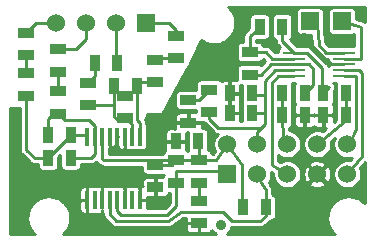
<source format=gtl>
G04 (created by PCBNEW (2013-07-07 BZR 4022)-stable) date 03/12/2013 21:07:02*
%MOIN*%
G04 Gerber Fmt 3.4, Leading zero omitted, Abs format*
%FSLAX34Y34*%
G01*
G70*
G90*
G04 APERTURE LIST*
%ADD10C,0.00590551*%
%ADD11R,0.035X0.055*%
%ADD12R,0.055X0.035*%
%ADD13R,0.06X0.06*%
%ADD14C,0.06*%
%ADD15R,0.0177X0.059*%
%ADD16R,0.075X0.0098*%
%ADD17C,0.035*%
%ADD18C,0.01*%
%ADD19C,0.011811*%
%ADD20C,0.00984252*%
G04 APERTURE END LIST*
G54D10*
G54D11*
X85225Y-25750D03*
X84475Y-25750D03*
X87425Y-23350D03*
X86675Y-23350D03*
G54D12*
X88050Y-25975D03*
X88050Y-26725D03*
G54D11*
X90525Y-24250D03*
X91275Y-24250D03*
X90525Y-23600D03*
X91275Y-23600D03*
X92275Y-24325D03*
X93025Y-24325D03*
X93650Y-24325D03*
X94400Y-24325D03*
G54D13*
X90450Y-26300D03*
G54D14*
X90450Y-25300D03*
X91450Y-26300D03*
X91450Y-25300D03*
X92450Y-26300D03*
X92450Y-25300D03*
X93450Y-26300D03*
X93450Y-25300D03*
X94450Y-26300D03*
X94450Y-25300D03*
G54D12*
X83750Y-21575D03*
X83750Y-22325D03*
X84800Y-22125D03*
X84800Y-22875D03*
G54D11*
X86775Y-22575D03*
X86025Y-22575D03*
G54D12*
X89500Y-25825D03*
X89500Y-26575D03*
X88750Y-21675D03*
X88750Y-22425D03*
X83750Y-22925D03*
X83750Y-23675D03*
X84800Y-23525D03*
X84800Y-24275D03*
X85800Y-23250D03*
X85800Y-24000D03*
X88050Y-22475D03*
X88050Y-23225D03*
G54D11*
X84475Y-25000D03*
X85225Y-25000D03*
G54D12*
X87050Y-23675D03*
X87050Y-24425D03*
G54D11*
X90975Y-27400D03*
X91725Y-27400D03*
G54D12*
X88750Y-26575D03*
X88750Y-25825D03*
X91200Y-22225D03*
X91200Y-22975D03*
G54D11*
X92275Y-21375D03*
X91525Y-21375D03*
X92275Y-23600D03*
X93025Y-23600D03*
X94400Y-23600D03*
X93650Y-23600D03*
G54D15*
X85775Y-27159D03*
X86025Y-27159D03*
X86275Y-27159D03*
X86525Y-27159D03*
X86775Y-27159D03*
X87025Y-27159D03*
X87275Y-27159D03*
X87525Y-27159D03*
X87525Y-25041D03*
X87275Y-25041D03*
X87025Y-25041D03*
X86775Y-25041D03*
X86525Y-25041D03*
X86275Y-25041D03*
X86025Y-25041D03*
X85775Y-25041D03*
G54D16*
X94330Y-23031D03*
X94330Y-22834D03*
X94330Y-22637D03*
X94330Y-22440D03*
X94330Y-22243D03*
X92676Y-22243D03*
X92676Y-22440D03*
X92676Y-22637D03*
X92676Y-22834D03*
X92676Y-23031D03*
G54D12*
X89500Y-27175D03*
X89500Y-27925D03*
G54D13*
X87750Y-21250D03*
G54D14*
X86750Y-21250D03*
X85750Y-21250D03*
X84750Y-21250D03*
G54D12*
X89150Y-23825D03*
X89150Y-24575D03*
X89850Y-24225D03*
X89850Y-23475D03*
G54D13*
X94275Y-21200D03*
X93200Y-21200D03*
G54D11*
X88725Y-25200D03*
X89475Y-25200D03*
G54D17*
X90250Y-28000D03*
X93000Y-21750D03*
X90500Y-22750D03*
X88500Y-24500D03*
X88250Y-25250D03*
X88000Y-27250D03*
X85750Y-26250D03*
X86750Y-25500D03*
G54D18*
X89500Y-25825D02*
X89500Y-25225D01*
X89500Y-25225D02*
X89475Y-25200D01*
X88050Y-25975D02*
X88600Y-25975D01*
X88600Y-25975D02*
X88750Y-25825D01*
X88050Y-25975D02*
X88125Y-25975D01*
X88275Y-25825D02*
X88050Y-25975D01*
X88125Y-25975D02*
X88275Y-25825D01*
X88750Y-25825D02*
X86325Y-25825D01*
X86325Y-25825D02*
X86275Y-25775D01*
X86275Y-25775D02*
X86275Y-25041D01*
X90450Y-25300D02*
X90950Y-26000D01*
X90950Y-27375D02*
X90975Y-27400D01*
X90950Y-26000D02*
X90950Y-27375D01*
X89500Y-25825D02*
X88750Y-25825D01*
X89500Y-25825D02*
X90075Y-25825D01*
X90075Y-25825D02*
X90450Y-25300D01*
X89850Y-24225D02*
X89850Y-24450D01*
X90150Y-24750D02*
X91575Y-24750D01*
X89850Y-24450D02*
X90150Y-24750D01*
X91450Y-25300D02*
X91425Y-24900D01*
X91425Y-24900D02*
X91575Y-24750D01*
X91575Y-24750D02*
X91700Y-24625D01*
X91700Y-24250D02*
X91275Y-24250D01*
X91700Y-23650D02*
X91325Y-23650D01*
X91325Y-23650D02*
X91275Y-23600D01*
X92676Y-22834D02*
X92040Y-22834D01*
X91700Y-24250D02*
X91700Y-24625D01*
X91700Y-23175D02*
X91700Y-23650D01*
X91700Y-23650D02*
X91700Y-24250D01*
X92040Y-22834D02*
X91700Y-23175D01*
G54D19*
X91450Y-25300D02*
X91458Y-25300D01*
G54D18*
X86775Y-27159D02*
X86775Y-27525D01*
X88750Y-27350D02*
X88750Y-26575D01*
X88450Y-27650D02*
X88750Y-27350D01*
X86900Y-27650D02*
X88450Y-27650D01*
X86775Y-27525D02*
X86900Y-27650D01*
X88750Y-26575D02*
X88750Y-26200D01*
X88750Y-26200D02*
X90100Y-26200D01*
X90450Y-26300D02*
X90400Y-26300D01*
X90400Y-26300D02*
X90100Y-26200D01*
X88750Y-21675D02*
X88750Y-21500D01*
X88750Y-21500D02*
X88500Y-21250D01*
X88500Y-21250D02*
X87750Y-21250D01*
X86750Y-21250D02*
X86750Y-22550D01*
X86750Y-22550D02*
X86775Y-22575D01*
X91725Y-27400D02*
X91725Y-27675D01*
X86525Y-27625D02*
X86525Y-27159D01*
X86750Y-27850D02*
X86525Y-27625D01*
X88480Y-27850D02*
X86750Y-27850D01*
X88900Y-27550D02*
X88480Y-27850D01*
X90300Y-27550D02*
X88900Y-27550D01*
X90600Y-27850D02*
X90300Y-27550D01*
X91550Y-27850D02*
X90600Y-27850D01*
X91725Y-27675D02*
X91550Y-27850D01*
X91450Y-26300D02*
X91450Y-26350D01*
X91725Y-26825D02*
X91725Y-27400D01*
X91450Y-26350D02*
X91725Y-26825D01*
X91450Y-26300D02*
X91350Y-26300D01*
X84750Y-21250D02*
X84075Y-21250D01*
X84075Y-21250D02*
X83750Y-21575D01*
X85750Y-21250D02*
X85750Y-21775D01*
X85750Y-21775D02*
X85400Y-22125D01*
X85400Y-22125D02*
X84800Y-22125D01*
X85750Y-21250D02*
X85525Y-21250D01*
X91925Y-23250D02*
X91925Y-25975D01*
X92143Y-23031D02*
X91925Y-23250D01*
X92676Y-23031D02*
X92143Y-23031D01*
X91925Y-25975D02*
X92450Y-26300D01*
X94330Y-22834D02*
X94834Y-22834D01*
X94925Y-25675D02*
X94450Y-26300D01*
X94925Y-22925D02*
X94925Y-25675D01*
X94834Y-22834D02*
X94925Y-22925D01*
X94450Y-25300D02*
X94508Y-25300D01*
X94743Y-23031D02*
X94330Y-23031D01*
X94750Y-23025D02*
X94743Y-23031D01*
X94750Y-24775D02*
X94750Y-23025D01*
X94508Y-25300D02*
X94750Y-24775D01*
X92275Y-24325D02*
X92300Y-25150D01*
X92300Y-25150D02*
X92450Y-25300D01*
X92275Y-23600D02*
X92275Y-24325D01*
X94400Y-24325D02*
X94400Y-24500D01*
X94400Y-24500D02*
X93450Y-25300D01*
X94400Y-23600D02*
X94400Y-24325D01*
X94330Y-22243D02*
X93743Y-22243D01*
X93488Y-21988D02*
X93438Y-21286D01*
X93743Y-22243D02*
X93488Y-21988D01*
X94330Y-22440D02*
X94890Y-22440D01*
X94900Y-21400D02*
X94275Y-21200D01*
X94900Y-22431D02*
X94900Y-21400D01*
X94890Y-22440D02*
X94900Y-22431D01*
X94330Y-22637D02*
X93887Y-22637D01*
X93887Y-22637D02*
X93000Y-21750D01*
X90525Y-23600D02*
X90525Y-22775D01*
X90525Y-22775D02*
X90500Y-22750D01*
X89150Y-24575D02*
X88575Y-24575D01*
X88575Y-24575D02*
X88500Y-24500D01*
X88725Y-25200D02*
X88300Y-25200D01*
X88300Y-25200D02*
X88250Y-25250D01*
X88050Y-26725D02*
X88050Y-27200D01*
X88050Y-27200D02*
X88000Y-27250D01*
X85775Y-27159D02*
X85775Y-26275D01*
X85775Y-26275D02*
X85750Y-26250D01*
X86775Y-25041D02*
X86775Y-25475D01*
X86775Y-25475D02*
X86750Y-25500D01*
X87525Y-27159D02*
X87525Y-26625D01*
X87525Y-26625D02*
X87550Y-26600D01*
X85775Y-27159D02*
X85775Y-26575D01*
X85775Y-26575D02*
X85800Y-26550D01*
X86275Y-27159D02*
X86275Y-26575D01*
X86275Y-26575D02*
X86300Y-26550D01*
X87025Y-27159D02*
X87025Y-26625D01*
X87025Y-26625D02*
X87050Y-26600D01*
X87025Y-25041D02*
X87025Y-25600D01*
X87025Y-25600D02*
X86750Y-25600D01*
X86775Y-25041D02*
X86775Y-25600D01*
X86750Y-25575D02*
X86750Y-25600D01*
X86775Y-25600D02*
X86750Y-25575D01*
X86525Y-25041D02*
X86525Y-25525D01*
X86600Y-25600D02*
X86750Y-25600D01*
X86525Y-25525D02*
X86600Y-25600D01*
X93887Y-22637D02*
X93750Y-22500D01*
X92275Y-21375D02*
X92275Y-21841D01*
X92275Y-21841D02*
X92676Y-22243D01*
X93600Y-22750D02*
X93600Y-23550D01*
X92676Y-22243D02*
X93093Y-22243D01*
X93093Y-22243D02*
X93600Y-22750D01*
X93600Y-23550D02*
X93650Y-23600D01*
X93825Y-23400D02*
X93650Y-23600D01*
X89500Y-26575D02*
X89500Y-27175D01*
X89150Y-23825D02*
X89500Y-23825D01*
X89500Y-23825D02*
X89850Y-23475D01*
X83750Y-22325D02*
X83750Y-22925D01*
X86025Y-22575D02*
X86025Y-23025D01*
X86025Y-23025D02*
X85800Y-23250D01*
X91200Y-22225D02*
X91200Y-21700D01*
X91200Y-21700D02*
X91525Y-21375D01*
X92676Y-22440D02*
X91940Y-22440D01*
X91725Y-22225D02*
X91200Y-22225D01*
X91940Y-22440D02*
X91725Y-22225D01*
X88750Y-22425D02*
X88100Y-22425D01*
X88100Y-22425D02*
X88050Y-22475D01*
X84800Y-22875D02*
X84800Y-23525D01*
X84800Y-24275D02*
X84650Y-24275D01*
X84650Y-24275D02*
X84475Y-24450D01*
X84475Y-24450D02*
X84475Y-25000D01*
X86025Y-25041D02*
X86025Y-24675D01*
X85025Y-24500D02*
X84800Y-24275D01*
X85850Y-24500D02*
X85025Y-24500D01*
X86025Y-24675D02*
X85850Y-24500D01*
X86025Y-25041D02*
X86025Y-25625D01*
X85900Y-25750D02*
X85225Y-25750D01*
X86025Y-25625D02*
X85900Y-25750D01*
X84475Y-25750D02*
X84025Y-25750D01*
X84025Y-25750D02*
X83750Y-25475D01*
X83750Y-25475D02*
X83750Y-23675D01*
X85225Y-25000D02*
X84475Y-25750D01*
X85225Y-25000D02*
X85734Y-25000D01*
X85734Y-25000D02*
X85775Y-25041D01*
X92676Y-22637D02*
X93162Y-22637D01*
X93300Y-23325D02*
X93025Y-23600D01*
X93300Y-22775D02*
X93300Y-23325D01*
X93162Y-22637D02*
X93300Y-22775D01*
X92676Y-22637D02*
X91912Y-22637D01*
X91575Y-22975D02*
X91200Y-22975D01*
X91912Y-22637D02*
X91575Y-22975D01*
X87425Y-23350D02*
X87425Y-24050D01*
X88050Y-23225D02*
X87550Y-23225D01*
X87550Y-23225D02*
X87425Y-23350D01*
X87425Y-24050D02*
X87425Y-24475D01*
X87525Y-24575D02*
X87525Y-25041D01*
X87425Y-24475D02*
X87525Y-24575D01*
X86675Y-23350D02*
X86675Y-24050D01*
X85800Y-24000D02*
X86625Y-24000D01*
X86625Y-24000D02*
X86675Y-24050D01*
X87275Y-25041D02*
X87275Y-24625D01*
X86675Y-24375D02*
X86675Y-24050D01*
X86800Y-24500D02*
X86675Y-24375D01*
X87150Y-24500D02*
X86800Y-24500D01*
X87275Y-24625D02*
X87150Y-24500D01*
G54D10*
G36*
X86792Y-25050D02*
X86784Y-25050D01*
X86784Y-25077D01*
X86775Y-25086D01*
X86765Y-25077D01*
X86765Y-25050D01*
X86757Y-25050D01*
X86757Y-25031D01*
X86765Y-25031D01*
X86765Y-25023D01*
X86784Y-25023D01*
X86784Y-25031D01*
X86792Y-25031D01*
X86792Y-25050D01*
X86792Y-25050D01*
G37*
G54D20*
X86792Y-25050D02*
X86784Y-25050D01*
X86784Y-25077D01*
X86775Y-25086D01*
X86765Y-25077D01*
X86765Y-25050D01*
X86757Y-25050D01*
X86757Y-25031D01*
X86765Y-25031D01*
X86765Y-25023D01*
X86784Y-25023D01*
X86784Y-25031D01*
X86792Y-25031D01*
X86792Y-25050D01*
G54D10*
G36*
X90056Y-28282D02*
X89490Y-28282D01*
X89490Y-28225D01*
X89490Y-27934D01*
X89099Y-27934D01*
X89057Y-27976D01*
X89057Y-28116D01*
X89064Y-28148D01*
X89076Y-28178D01*
X89094Y-28206D01*
X89117Y-28229D01*
X89145Y-28247D01*
X89175Y-28260D01*
X89207Y-28267D01*
X89240Y-28267D01*
X89448Y-28267D01*
X89490Y-28225D01*
X89490Y-28282D01*
X85765Y-28282D01*
X85765Y-27579D01*
X85765Y-27168D01*
X85765Y-27149D01*
X85765Y-26738D01*
X85723Y-26696D01*
X85670Y-26696D01*
X85637Y-26703D01*
X85607Y-26715D01*
X85580Y-26733D01*
X85556Y-26756D01*
X85538Y-26784D01*
X85525Y-26814D01*
X85519Y-26846D01*
X85519Y-26879D01*
X85519Y-27107D01*
X85561Y-27149D01*
X85765Y-27149D01*
X85765Y-27168D01*
X85561Y-27168D01*
X85519Y-27210D01*
X85519Y-27438D01*
X85519Y-27471D01*
X85525Y-27503D01*
X85538Y-27533D01*
X85556Y-27561D01*
X85580Y-27584D01*
X85607Y-27602D01*
X85637Y-27614D01*
X85670Y-27621D01*
X85723Y-27621D01*
X85765Y-27579D01*
X85765Y-28282D01*
X84977Y-28282D01*
X84993Y-28269D01*
X85007Y-28255D01*
X85021Y-28242D01*
X85023Y-28239D01*
X85023Y-28239D01*
X85023Y-28239D01*
X85023Y-28239D01*
X85084Y-28164D01*
X85095Y-28147D01*
X85106Y-28131D01*
X85108Y-28128D01*
X85108Y-28128D01*
X85154Y-28042D01*
X85161Y-28024D01*
X85169Y-28006D01*
X85170Y-28003D01*
X85198Y-27909D01*
X85202Y-27890D01*
X85206Y-27871D01*
X85206Y-27868D01*
X85216Y-27771D01*
X85216Y-27760D01*
X85217Y-27749D01*
X85217Y-27746D01*
X85217Y-27733D01*
X85215Y-27722D01*
X85215Y-27711D01*
X85215Y-27708D01*
X85203Y-27611D01*
X85198Y-27592D01*
X85194Y-27573D01*
X85193Y-27570D01*
X85193Y-27570D01*
X85162Y-27478D01*
X85154Y-27460D01*
X85147Y-27441D01*
X85145Y-27439D01*
X85145Y-27439D01*
X85097Y-27354D01*
X85086Y-27338D01*
X85075Y-27322D01*
X85073Y-27319D01*
X85009Y-27245D01*
X84995Y-27232D01*
X84980Y-27218D01*
X84978Y-27216D01*
X84978Y-27216D01*
X84978Y-27216D01*
X84901Y-27156D01*
X84885Y-27146D01*
X84868Y-27135D01*
X84865Y-27133D01*
X84865Y-27133D01*
X84778Y-27089D01*
X84760Y-27082D01*
X84742Y-27075D01*
X84739Y-27074D01*
X84645Y-27048D01*
X84625Y-27044D01*
X84606Y-27041D01*
X84603Y-27040D01*
X84603Y-27040D01*
X84506Y-27033D01*
X84486Y-27033D01*
X84466Y-27033D01*
X84463Y-27034D01*
X84366Y-27045D01*
X84347Y-27050D01*
X84328Y-27054D01*
X84325Y-27054D01*
X84232Y-27085D01*
X84214Y-27093D01*
X84196Y-27100D01*
X84193Y-27102D01*
X84193Y-27102D01*
X84193Y-27102D01*
X84108Y-27149D01*
X84092Y-27160D01*
X84076Y-27171D01*
X84073Y-27173D01*
X83999Y-27237D01*
X83985Y-27251D01*
X83971Y-27265D01*
X83970Y-27267D01*
X83909Y-27344D01*
X83898Y-27360D01*
X83887Y-27377D01*
X83886Y-27379D01*
X83841Y-27466D01*
X83834Y-27484D01*
X83827Y-27503D01*
X83826Y-27506D01*
X83799Y-27599D01*
X83795Y-27619D01*
X83791Y-27638D01*
X83791Y-27641D01*
X83783Y-27738D01*
X83783Y-27758D01*
X83783Y-27778D01*
X83784Y-27781D01*
X83794Y-27878D01*
X83799Y-27897D01*
X83802Y-27916D01*
X83803Y-27919D01*
X83833Y-28012D01*
X83841Y-28030D01*
X83848Y-28048D01*
X83849Y-28051D01*
X83897Y-28137D01*
X83908Y-28153D01*
X83919Y-28169D01*
X83920Y-28172D01*
X83983Y-28246D01*
X83997Y-28260D01*
X84011Y-28274D01*
X84013Y-28276D01*
X84013Y-28276D01*
X84021Y-28282D01*
X83217Y-28282D01*
X83217Y-24089D01*
X83532Y-24102D01*
X83532Y-25475D01*
X83534Y-25494D01*
X83536Y-25514D01*
X83536Y-25516D01*
X83536Y-25517D01*
X83542Y-25536D01*
X83548Y-25555D01*
X83548Y-25556D01*
X83549Y-25557D01*
X83558Y-25575D01*
X83567Y-25593D01*
X83568Y-25594D01*
X83568Y-25595D01*
X83581Y-25610D01*
X83594Y-25626D01*
X83595Y-25628D01*
X83595Y-25628D01*
X83595Y-25628D01*
X83596Y-25628D01*
X83871Y-25903D01*
X83886Y-25916D01*
X83902Y-25929D01*
X83903Y-25929D01*
X83904Y-25930D01*
X83921Y-25940D01*
X83939Y-25949D01*
X83940Y-25950D01*
X83941Y-25950D01*
X83960Y-25956D01*
X83979Y-25962D01*
X83980Y-25962D01*
X83982Y-25963D01*
X84002Y-25965D01*
X84021Y-25967D01*
X84024Y-25967D01*
X84024Y-25967D01*
X84024Y-25967D01*
X84025Y-25967D01*
X84132Y-25967D01*
X84132Y-26041D01*
X84139Y-26073D01*
X84151Y-26103D01*
X84169Y-26131D01*
X84192Y-26154D01*
X84220Y-26172D01*
X84250Y-26185D01*
X84282Y-26192D01*
X84315Y-26192D01*
X84666Y-26192D01*
X84698Y-26185D01*
X84728Y-26173D01*
X84756Y-26155D01*
X84779Y-26132D01*
X84797Y-26104D01*
X84810Y-26074D01*
X84817Y-26042D01*
X84817Y-26009D01*
X84817Y-25714D01*
X84882Y-25649D01*
X84882Y-26041D01*
X84889Y-26073D01*
X84901Y-26103D01*
X84919Y-26131D01*
X84942Y-26154D01*
X84970Y-26172D01*
X85000Y-26185D01*
X85032Y-26192D01*
X85065Y-26192D01*
X85416Y-26192D01*
X85448Y-26185D01*
X85478Y-26173D01*
X85506Y-26155D01*
X85529Y-26132D01*
X85547Y-26104D01*
X85560Y-26074D01*
X85567Y-26042D01*
X85567Y-26009D01*
X85567Y-25967D01*
X85900Y-25967D01*
X85919Y-25965D01*
X85939Y-25963D01*
X85941Y-25963D01*
X85942Y-25963D01*
X85961Y-25957D01*
X85980Y-25951D01*
X85981Y-25951D01*
X85982Y-25950D01*
X86000Y-25941D01*
X86018Y-25932D01*
X86019Y-25931D01*
X86020Y-25931D01*
X86035Y-25918D01*
X86051Y-25905D01*
X86053Y-25904D01*
X86053Y-25904D01*
X86053Y-25904D01*
X86053Y-25903D01*
X86082Y-25874D01*
X86083Y-25875D01*
X86092Y-25893D01*
X86093Y-25894D01*
X86093Y-25895D01*
X86106Y-25910D01*
X86119Y-25926D01*
X86120Y-25928D01*
X86120Y-25928D01*
X86120Y-25928D01*
X86121Y-25928D01*
X86171Y-25978D01*
X86186Y-25991D01*
X86202Y-26004D01*
X86203Y-26004D01*
X86204Y-26005D01*
X86221Y-26015D01*
X86239Y-26024D01*
X86240Y-26025D01*
X86241Y-26025D01*
X86260Y-26031D01*
X86279Y-26037D01*
X86280Y-26037D01*
X86282Y-26038D01*
X86302Y-26040D01*
X86321Y-26042D01*
X86324Y-26042D01*
X86324Y-26042D01*
X86324Y-26042D01*
X86325Y-26042D01*
X87607Y-26042D01*
X87607Y-26166D01*
X87614Y-26198D01*
X87626Y-26228D01*
X87644Y-26256D01*
X87667Y-26279D01*
X87695Y-26297D01*
X87725Y-26310D01*
X87757Y-26317D01*
X87790Y-26317D01*
X88328Y-26317D01*
X88327Y-26320D01*
X88314Y-26350D01*
X88307Y-26382D01*
X88307Y-26382D01*
X88101Y-26382D01*
X88059Y-26424D01*
X88059Y-26715D01*
X88067Y-26715D01*
X88067Y-26734D01*
X88059Y-26734D01*
X88059Y-27025D01*
X88101Y-27067D01*
X88309Y-27067D01*
X88342Y-27067D01*
X88374Y-27060D01*
X88404Y-27047D01*
X88432Y-27029D01*
X88455Y-27006D01*
X88473Y-26978D01*
X88485Y-26948D01*
X88492Y-26917D01*
X88532Y-26917D01*
X88532Y-27259D01*
X88359Y-27432D01*
X88040Y-27432D01*
X88040Y-27025D01*
X88040Y-26734D01*
X88032Y-26734D01*
X88032Y-26715D01*
X88040Y-26715D01*
X88040Y-26424D01*
X87998Y-26382D01*
X87790Y-26382D01*
X87757Y-26382D01*
X87725Y-26389D01*
X87695Y-26402D01*
X87667Y-26420D01*
X87644Y-26443D01*
X87626Y-26471D01*
X87614Y-26501D01*
X87607Y-26533D01*
X87607Y-26673D01*
X87631Y-26696D01*
X87629Y-26696D01*
X87576Y-26696D01*
X87534Y-26738D01*
X87534Y-27149D01*
X87738Y-27149D01*
X87780Y-27107D01*
X87780Y-27067D01*
X87790Y-27067D01*
X87998Y-27067D01*
X88040Y-27025D01*
X88040Y-27432D01*
X87780Y-27432D01*
X87780Y-27210D01*
X87738Y-27168D01*
X87534Y-27168D01*
X87534Y-27176D01*
X87530Y-27176D01*
X87530Y-26847D01*
X87524Y-26815D01*
X87515Y-26792D01*
X87515Y-26738D01*
X87473Y-26696D01*
X87420Y-26696D01*
X87399Y-26700D01*
X87381Y-26696D01*
X87348Y-26696D01*
X87170Y-26696D01*
X87150Y-26700D01*
X87129Y-26696D01*
X87076Y-26696D01*
X87034Y-26738D01*
X87034Y-26792D01*
X87025Y-26814D01*
X87025Y-26818D01*
X87024Y-26815D01*
X87015Y-26792D01*
X87015Y-26738D01*
X86973Y-26696D01*
X86920Y-26696D01*
X86899Y-26700D01*
X86881Y-26696D01*
X86848Y-26696D01*
X86670Y-26696D01*
X86649Y-26700D01*
X86631Y-26696D01*
X86598Y-26696D01*
X86420Y-26696D01*
X86400Y-26700D01*
X86379Y-26696D01*
X86326Y-26696D01*
X86284Y-26738D01*
X86284Y-26792D01*
X86275Y-26814D01*
X86275Y-26818D01*
X86274Y-26815D01*
X86265Y-26792D01*
X86265Y-26738D01*
X86223Y-26696D01*
X86170Y-26696D01*
X86149Y-26700D01*
X86131Y-26696D01*
X86098Y-26696D01*
X85920Y-26696D01*
X85900Y-26700D01*
X85879Y-26696D01*
X85826Y-26696D01*
X85784Y-26738D01*
X85784Y-26792D01*
X85775Y-26814D01*
X85769Y-26846D01*
X85769Y-26879D01*
X85769Y-27470D01*
X85775Y-27502D01*
X85784Y-27525D01*
X85784Y-27579D01*
X85826Y-27621D01*
X85879Y-27621D01*
X85900Y-27617D01*
X85918Y-27621D01*
X85951Y-27621D01*
X86129Y-27621D01*
X86150Y-27617D01*
X86170Y-27621D01*
X86223Y-27621D01*
X86265Y-27579D01*
X86265Y-27525D01*
X86274Y-27503D01*
X86274Y-27499D01*
X86275Y-27502D01*
X86284Y-27525D01*
X86284Y-27579D01*
X86307Y-27602D01*
X86307Y-27625D01*
X86309Y-27644D01*
X86311Y-27664D01*
X86311Y-27666D01*
X86311Y-27667D01*
X86317Y-27686D01*
X86323Y-27705D01*
X86323Y-27706D01*
X86324Y-27707D01*
X86333Y-27725D01*
X86342Y-27743D01*
X86343Y-27744D01*
X86343Y-27745D01*
X86356Y-27760D01*
X86369Y-27776D01*
X86370Y-27778D01*
X86370Y-27778D01*
X86370Y-27778D01*
X86371Y-27778D01*
X86596Y-28003D01*
X86611Y-28016D01*
X86627Y-28029D01*
X86628Y-28029D01*
X86629Y-28030D01*
X86646Y-28040D01*
X86664Y-28049D01*
X86665Y-28050D01*
X86666Y-28050D01*
X86685Y-28056D01*
X86704Y-28062D01*
X86705Y-28062D01*
X86707Y-28063D01*
X86727Y-28065D01*
X86746Y-28067D01*
X86749Y-28067D01*
X86749Y-28067D01*
X86749Y-28067D01*
X86750Y-28067D01*
X88480Y-28067D01*
X88482Y-28067D01*
X88484Y-28067D01*
X88503Y-28065D01*
X88522Y-28063D01*
X88524Y-28062D01*
X88526Y-28062D01*
X88544Y-28056D01*
X88562Y-28050D01*
X88564Y-28049D01*
X88566Y-28049D01*
X88583Y-28039D01*
X88600Y-28031D01*
X88601Y-28029D01*
X88603Y-28028D01*
X88606Y-28026D01*
X88970Y-27767D01*
X89057Y-27767D01*
X89057Y-27873D01*
X89099Y-27915D01*
X89490Y-27915D01*
X89490Y-27907D01*
X89509Y-27907D01*
X89509Y-27915D01*
X89517Y-27915D01*
X89517Y-27934D01*
X89509Y-27934D01*
X89509Y-28225D01*
X89551Y-28267D01*
X89759Y-28267D01*
X89792Y-28267D01*
X89824Y-28260D01*
X89854Y-28247D01*
X89882Y-28229D01*
X89905Y-28206D01*
X89923Y-28178D01*
X89935Y-28148D01*
X89937Y-28140D01*
X89944Y-28157D01*
X89980Y-28213D01*
X90027Y-28261D01*
X90056Y-28282D01*
X90056Y-28282D01*
G37*
G54D20*
X90056Y-28282D02*
X89490Y-28282D01*
X89490Y-28225D01*
X89490Y-27934D01*
X89099Y-27934D01*
X89057Y-27976D01*
X89057Y-28116D01*
X89064Y-28148D01*
X89076Y-28178D01*
X89094Y-28206D01*
X89117Y-28229D01*
X89145Y-28247D01*
X89175Y-28260D01*
X89207Y-28267D01*
X89240Y-28267D01*
X89448Y-28267D01*
X89490Y-28225D01*
X89490Y-28282D01*
X85765Y-28282D01*
X85765Y-27579D01*
X85765Y-27168D01*
X85765Y-27149D01*
X85765Y-26738D01*
X85723Y-26696D01*
X85670Y-26696D01*
X85637Y-26703D01*
X85607Y-26715D01*
X85580Y-26733D01*
X85556Y-26756D01*
X85538Y-26784D01*
X85525Y-26814D01*
X85519Y-26846D01*
X85519Y-26879D01*
X85519Y-27107D01*
X85561Y-27149D01*
X85765Y-27149D01*
X85765Y-27168D01*
X85561Y-27168D01*
X85519Y-27210D01*
X85519Y-27438D01*
X85519Y-27471D01*
X85525Y-27503D01*
X85538Y-27533D01*
X85556Y-27561D01*
X85580Y-27584D01*
X85607Y-27602D01*
X85637Y-27614D01*
X85670Y-27621D01*
X85723Y-27621D01*
X85765Y-27579D01*
X85765Y-28282D01*
X84977Y-28282D01*
X84993Y-28269D01*
X85007Y-28255D01*
X85021Y-28242D01*
X85023Y-28239D01*
X85023Y-28239D01*
X85023Y-28239D01*
X85023Y-28239D01*
X85084Y-28164D01*
X85095Y-28147D01*
X85106Y-28131D01*
X85108Y-28128D01*
X85108Y-28128D01*
X85154Y-28042D01*
X85161Y-28024D01*
X85169Y-28006D01*
X85170Y-28003D01*
X85198Y-27909D01*
X85202Y-27890D01*
X85206Y-27871D01*
X85206Y-27868D01*
X85216Y-27771D01*
X85216Y-27760D01*
X85217Y-27749D01*
X85217Y-27746D01*
X85217Y-27733D01*
X85215Y-27722D01*
X85215Y-27711D01*
X85215Y-27708D01*
X85203Y-27611D01*
X85198Y-27592D01*
X85194Y-27573D01*
X85193Y-27570D01*
X85193Y-27570D01*
X85162Y-27478D01*
X85154Y-27460D01*
X85147Y-27441D01*
X85145Y-27439D01*
X85145Y-27439D01*
X85097Y-27354D01*
X85086Y-27338D01*
X85075Y-27322D01*
X85073Y-27319D01*
X85009Y-27245D01*
X84995Y-27232D01*
X84980Y-27218D01*
X84978Y-27216D01*
X84978Y-27216D01*
X84978Y-27216D01*
X84901Y-27156D01*
X84885Y-27146D01*
X84868Y-27135D01*
X84865Y-27133D01*
X84865Y-27133D01*
X84778Y-27089D01*
X84760Y-27082D01*
X84742Y-27075D01*
X84739Y-27074D01*
X84645Y-27048D01*
X84625Y-27044D01*
X84606Y-27041D01*
X84603Y-27040D01*
X84603Y-27040D01*
X84506Y-27033D01*
X84486Y-27033D01*
X84466Y-27033D01*
X84463Y-27034D01*
X84366Y-27045D01*
X84347Y-27050D01*
X84328Y-27054D01*
X84325Y-27054D01*
X84232Y-27085D01*
X84214Y-27093D01*
X84196Y-27100D01*
X84193Y-27102D01*
X84193Y-27102D01*
X84193Y-27102D01*
X84108Y-27149D01*
X84092Y-27160D01*
X84076Y-27171D01*
X84073Y-27173D01*
X83999Y-27237D01*
X83985Y-27251D01*
X83971Y-27265D01*
X83970Y-27267D01*
X83909Y-27344D01*
X83898Y-27360D01*
X83887Y-27377D01*
X83886Y-27379D01*
X83841Y-27466D01*
X83834Y-27484D01*
X83827Y-27503D01*
X83826Y-27506D01*
X83799Y-27599D01*
X83795Y-27619D01*
X83791Y-27638D01*
X83791Y-27641D01*
X83783Y-27738D01*
X83783Y-27758D01*
X83783Y-27778D01*
X83784Y-27781D01*
X83794Y-27878D01*
X83799Y-27897D01*
X83802Y-27916D01*
X83803Y-27919D01*
X83833Y-28012D01*
X83841Y-28030D01*
X83848Y-28048D01*
X83849Y-28051D01*
X83897Y-28137D01*
X83908Y-28153D01*
X83919Y-28169D01*
X83920Y-28172D01*
X83983Y-28246D01*
X83997Y-28260D01*
X84011Y-28274D01*
X84013Y-28276D01*
X84013Y-28276D01*
X84021Y-28282D01*
X83217Y-28282D01*
X83217Y-24089D01*
X83532Y-24102D01*
X83532Y-25475D01*
X83534Y-25494D01*
X83536Y-25514D01*
X83536Y-25516D01*
X83536Y-25517D01*
X83542Y-25536D01*
X83548Y-25555D01*
X83548Y-25556D01*
X83549Y-25557D01*
X83558Y-25575D01*
X83567Y-25593D01*
X83568Y-25594D01*
X83568Y-25595D01*
X83581Y-25610D01*
X83594Y-25626D01*
X83595Y-25628D01*
X83595Y-25628D01*
X83595Y-25628D01*
X83596Y-25628D01*
X83871Y-25903D01*
X83886Y-25916D01*
X83902Y-25929D01*
X83903Y-25929D01*
X83904Y-25930D01*
X83921Y-25940D01*
X83939Y-25949D01*
X83940Y-25950D01*
X83941Y-25950D01*
X83960Y-25956D01*
X83979Y-25962D01*
X83980Y-25962D01*
X83982Y-25963D01*
X84002Y-25965D01*
X84021Y-25967D01*
X84024Y-25967D01*
X84024Y-25967D01*
X84024Y-25967D01*
X84025Y-25967D01*
X84132Y-25967D01*
X84132Y-26041D01*
X84139Y-26073D01*
X84151Y-26103D01*
X84169Y-26131D01*
X84192Y-26154D01*
X84220Y-26172D01*
X84250Y-26185D01*
X84282Y-26192D01*
X84315Y-26192D01*
X84666Y-26192D01*
X84698Y-26185D01*
X84728Y-26173D01*
X84756Y-26155D01*
X84779Y-26132D01*
X84797Y-26104D01*
X84810Y-26074D01*
X84817Y-26042D01*
X84817Y-26009D01*
X84817Y-25714D01*
X84882Y-25649D01*
X84882Y-26041D01*
X84889Y-26073D01*
X84901Y-26103D01*
X84919Y-26131D01*
X84942Y-26154D01*
X84970Y-26172D01*
X85000Y-26185D01*
X85032Y-26192D01*
X85065Y-26192D01*
X85416Y-26192D01*
X85448Y-26185D01*
X85478Y-26173D01*
X85506Y-26155D01*
X85529Y-26132D01*
X85547Y-26104D01*
X85560Y-26074D01*
X85567Y-26042D01*
X85567Y-26009D01*
X85567Y-25967D01*
X85900Y-25967D01*
X85919Y-25965D01*
X85939Y-25963D01*
X85941Y-25963D01*
X85942Y-25963D01*
X85961Y-25957D01*
X85980Y-25951D01*
X85981Y-25951D01*
X85982Y-25950D01*
X86000Y-25941D01*
X86018Y-25932D01*
X86019Y-25931D01*
X86020Y-25931D01*
X86035Y-25918D01*
X86051Y-25905D01*
X86053Y-25904D01*
X86053Y-25904D01*
X86053Y-25904D01*
X86053Y-25903D01*
X86082Y-25874D01*
X86083Y-25875D01*
X86092Y-25893D01*
X86093Y-25894D01*
X86093Y-25895D01*
X86106Y-25910D01*
X86119Y-25926D01*
X86120Y-25928D01*
X86120Y-25928D01*
X86120Y-25928D01*
X86121Y-25928D01*
X86171Y-25978D01*
X86186Y-25991D01*
X86202Y-26004D01*
X86203Y-26004D01*
X86204Y-26005D01*
X86221Y-26015D01*
X86239Y-26024D01*
X86240Y-26025D01*
X86241Y-26025D01*
X86260Y-26031D01*
X86279Y-26037D01*
X86280Y-26037D01*
X86282Y-26038D01*
X86302Y-26040D01*
X86321Y-26042D01*
X86324Y-26042D01*
X86324Y-26042D01*
X86324Y-26042D01*
X86325Y-26042D01*
X87607Y-26042D01*
X87607Y-26166D01*
X87614Y-26198D01*
X87626Y-26228D01*
X87644Y-26256D01*
X87667Y-26279D01*
X87695Y-26297D01*
X87725Y-26310D01*
X87757Y-26317D01*
X87790Y-26317D01*
X88328Y-26317D01*
X88327Y-26320D01*
X88314Y-26350D01*
X88307Y-26382D01*
X88307Y-26382D01*
X88101Y-26382D01*
X88059Y-26424D01*
X88059Y-26715D01*
X88067Y-26715D01*
X88067Y-26734D01*
X88059Y-26734D01*
X88059Y-27025D01*
X88101Y-27067D01*
X88309Y-27067D01*
X88342Y-27067D01*
X88374Y-27060D01*
X88404Y-27047D01*
X88432Y-27029D01*
X88455Y-27006D01*
X88473Y-26978D01*
X88485Y-26948D01*
X88492Y-26917D01*
X88532Y-26917D01*
X88532Y-27259D01*
X88359Y-27432D01*
X88040Y-27432D01*
X88040Y-27025D01*
X88040Y-26734D01*
X88032Y-26734D01*
X88032Y-26715D01*
X88040Y-26715D01*
X88040Y-26424D01*
X87998Y-26382D01*
X87790Y-26382D01*
X87757Y-26382D01*
X87725Y-26389D01*
X87695Y-26402D01*
X87667Y-26420D01*
X87644Y-26443D01*
X87626Y-26471D01*
X87614Y-26501D01*
X87607Y-26533D01*
X87607Y-26673D01*
X87631Y-26696D01*
X87629Y-26696D01*
X87576Y-26696D01*
X87534Y-26738D01*
X87534Y-27149D01*
X87738Y-27149D01*
X87780Y-27107D01*
X87780Y-27067D01*
X87790Y-27067D01*
X87998Y-27067D01*
X88040Y-27025D01*
X88040Y-27432D01*
X87780Y-27432D01*
X87780Y-27210D01*
X87738Y-27168D01*
X87534Y-27168D01*
X87534Y-27176D01*
X87530Y-27176D01*
X87530Y-26847D01*
X87524Y-26815D01*
X87515Y-26792D01*
X87515Y-26738D01*
X87473Y-26696D01*
X87420Y-26696D01*
X87399Y-26700D01*
X87381Y-26696D01*
X87348Y-26696D01*
X87170Y-26696D01*
X87150Y-26700D01*
X87129Y-26696D01*
X87076Y-26696D01*
X87034Y-26738D01*
X87034Y-26792D01*
X87025Y-26814D01*
X87025Y-26818D01*
X87024Y-26815D01*
X87015Y-26792D01*
X87015Y-26738D01*
X86973Y-26696D01*
X86920Y-26696D01*
X86899Y-26700D01*
X86881Y-26696D01*
X86848Y-26696D01*
X86670Y-26696D01*
X86649Y-26700D01*
X86631Y-26696D01*
X86598Y-26696D01*
X86420Y-26696D01*
X86400Y-26700D01*
X86379Y-26696D01*
X86326Y-26696D01*
X86284Y-26738D01*
X86284Y-26792D01*
X86275Y-26814D01*
X86275Y-26818D01*
X86274Y-26815D01*
X86265Y-26792D01*
X86265Y-26738D01*
X86223Y-26696D01*
X86170Y-26696D01*
X86149Y-26700D01*
X86131Y-26696D01*
X86098Y-26696D01*
X85920Y-26696D01*
X85900Y-26700D01*
X85879Y-26696D01*
X85826Y-26696D01*
X85784Y-26738D01*
X85784Y-26792D01*
X85775Y-26814D01*
X85769Y-26846D01*
X85769Y-26879D01*
X85769Y-27470D01*
X85775Y-27502D01*
X85784Y-27525D01*
X85784Y-27579D01*
X85826Y-27621D01*
X85879Y-27621D01*
X85900Y-27617D01*
X85918Y-27621D01*
X85951Y-27621D01*
X86129Y-27621D01*
X86150Y-27617D01*
X86170Y-27621D01*
X86223Y-27621D01*
X86265Y-27579D01*
X86265Y-27525D01*
X86274Y-27503D01*
X86274Y-27499D01*
X86275Y-27502D01*
X86284Y-27525D01*
X86284Y-27579D01*
X86307Y-27602D01*
X86307Y-27625D01*
X86309Y-27644D01*
X86311Y-27664D01*
X86311Y-27666D01*
X86311Y-27667D01*
X86317Y-27686D01*
X86323Y-27705D01*
X86323Y-27706D01*
X86324Y-27707D01*
X86333Y-27725D01*
X86342Y-27743D01*
X86343Y-27744D01*
X86343Y-27745D01*
X86356Y-27760D01*
X86369Y-27776D01*
X86370Y-27778D01*
X86370Y-27778D01*
X86370Y-27778D01*
X86371Y-27778D01*
X86596Y-28003D01*
X86611Y-28016D01*
X86627Y-28029D01*
X86628Y-28029D01*
X86629Y-28030D01*
X86646Y-28040D01*
X86664Y-28049D01*
X86665Y-28050D01*
X86666Y-28050D01*
X86685Y-28056D01*
X86704Y-28062D01*
X86705Y-28062D01*
X86707Y-28063D01*
X86727Y-28065D01*
X86746Y-28067D01*
X86749Y-28067D01*
X86749Y-28067D01*
X86749Y-28067D01*
X86750Y-28067D01*
X88480Y-28067D01*
X88482Y-28067D01*
X88484Y-28067D01*
X88503Y-28065D01*
X88522Y-28063D01*
X88524Y-28062D01*
X88526Y-28062D01*
X88544Y-28056D01*
X88562Y-28050D01*
X88564Y-28049D01*
X88566Y-28049D01*
X88583Y-28039D01*
X88600Y-28031D01*
X88601Y-28029D01*
X88603Y-28028D01*
X88606Y-28026D01*
X88970Y-27767D01*
X89057Y-27767D01*
X89057Y-27873D01*
X89099Y-27915D01*
X89490Y-27915D01*
X89490Y-27907D01*
X89509Y-27907D01*
X89509Y-27915D01*
X89517Y-27915D01*
X89517Y-27934D01*
X89509Y-27934D01*
X89509Y-28225D01*
X89551Y-28267D01*
X89759Y-28267D01*
X89792Y-28267D01*
X89824Y-28260D01*
X89854Y-28247D01*
X89882Y-28229D01*
X89905Y-28206D01*
X89923Y-28178D01*
X89935Y-28148D01*
X89937Y-28140D01*
X89944Y-28157D01*
X89980Y-28213D01*
X90027Y-28261D01*
X90056Y-28282D01*
G54D10*
G36*
X95032Y-21228D02*
X95026Y-21224D01*
X95021Y-21219D01*
X95017Y-21217D01*
X95007Y-21210D01*
X94989Y-21202D01*
X94984Y-21199D01*
X94980Y-21198D01*
X94969Y-21193D01*
X94966Y-21192D01*
X94742Y-21121D01*
X94742Y-20883D01*
X94735Y-20851D01*
X94723Y-20821D01*
X94705Y-20793D01*
X94682Y-20770D01*
X94654Y-20752D01*
X94624Y-20739D01*
X94592Y-20732D01*
X94559Y-20732D01*
X93958Y-20732D01*
X93926Y-20739D01*
X93896Y-20751D01*
X93868Y-20769D01*
X93845Y-20792D01*
X93827Y-20820D01*
X93814Y-20850D01*
X93807Y-20882D01*
X93807Y-20915D01*
X93807Y-21516D01*
X93814Y-21548D01*
X93826Y-21578D01*
X93844Y-21606D01*
X93867Y-21629D01*
X93895Y-21647D01*
X93925Y-21660D01*
X93957Y-21667D01*
X93990Y-21667D01*
X94591Y-21667D01*
X94623Y-21660D01*
X94653Y-21648D01*
X94681Y-21630D01*
X94682Y-21628D01*
X94682Y-22027D01*
X94342Y-22027D01*
X94333Y-22026D01*
X94330Y-22026D01*
X93833Y-22026D01*
X93699Y-21892D01*
X93667Y-21445D01*
X93667Y-20883D01*
X93660Y-20851D01*
X93648Y-20821D01*
X93630Y-20793D01*
X93607Y-20770D01*
X93579Y-20752D01*
X93549Y-20739D01*
X93517Y-20732D01*
X93484Y-20732D01*
X92883Y-20732D01*
X92851Y-20739D01*
X92821Y-20751D01*
X92793Y-20769D01*
X92770Y-20792D01*
X92752Y-20820D01*
X92739Y-20850D01*
X92732Y-20882D01*
X92732Y-20915D01*
X92732Y-21516D01*
X92739Y-21548D01*
X92751Y-21578D01*
X92769Y-21606D01*
X92792Y-21629D01*
X92820Y-21647D01*
X92850Y-21660D01*
X92882Y-21667D01*
X92915Y-21667D01*
X93247Y-21667D01*
X93271Y-22003D01*
X93273Y-22012D01*
X93274Y-22028D01*
X93277Y-22039D01*
X93278Y-22045D01*
X93282Y-22053D01*
X93286Y-22068D01*
X93291Y-22078D01*
X93293Y-22085D01*
X93298Y-22092D01*
X93305Y-22106D01*
X93312Y-22115D01*
X93316Y-22121D01*
X93322Y-22127D01*
X93332Y-22139D01*
X93334Y-22141D01*
X93590Y-22397D01*
X93605Y-22410D01*
X93621Y-22423D01*
X93622Y-22423D01*
X93622Y-22424D01*
X93640Y-22433D01*
X93658Y-22443D01*
X93659Y-22443D01*
X93660Y-22444D01*
X93679Y-22450D01*
X93698Y-22456D01*
X93699Y-22456D01*
X93700Y-22456D01*
X93720Y-22458D01*
X93740Y-22461D01*
X93742Y-22461D01*
X93743Y-22461D01*
X93743Y-22461D01*
X93743Y-22461D01*
X93788Y-22461D01*
X93788Y-22506D01*
X93794Y-22538D01*
X93795Y-22539D01*
X93794Y-22540D01*
X93788Y-22572D01*
X93788Y-22586D01*
X93830Y-22627D01*
X93861Y-22627D01*
X93875Y-22637D01*
X93876Y-22637D01*
X93861Y-22647D01*
X93830Y-22647D01*
X93803Y-22674D01*
X93801Y-22669D01*
X93801Y-22668D01*
X93800Y-22667D01*
X93791Y-22649D01*
X93782Y-22631D01*
X93781Y-22630D01*
X93781Y-22629D01*
X93768Y-22614D01*
X93755Y-22598D01*
X93754Y-22596D01*
X93754Y-22596D01*
X93754Y-22596D01*
X93753Y-22596D01*
X93247Y-22090D01*
X93231Y-22077D01*
X93216Y-22064D01*
X93215Y-22063D01*
X93214Y-22063D01*
X93197Y-22053D01*
X93179Y-22044D01*
X93178Y-22043D01*
X93177Y-22043D01*
X93158Y-22037D01*
X93138Y-22031D01*
X93137Y-22031D01*
X93136Y-22030D01*
X93116Y-22028D01*
X93096Y-22026D01*
X93094Y-22026D01*
X93094Y-22026D01*
X93094Y-22026D01*
X93093Y-22026D01*
X92766Y-22026D01*
X92534Y-21794D01*
X92556Y-21780D01*
X92579Y-21757D01*
X92597Y-21729D01*
X92610Y-21699D01*
X92617Y-21667D01*
X92617Y-21634D01*
X92617Y-21083D01*
X92610Y-21051D01*
X92598Y-21021D01*
X92580Y-20993D01*
X92557Y-20970D01*
X92529Y-20952D01*
X92499Y-20939D01*
X92467Y-20932D01*
X92434Y-20932D01*
X92083Y-20932D01*
X92051Y-20939D01*
X92021Y-20951D01*
X91993Y-20969D01*
X91970Y-20992D01*
X91952Y-21020D01*
X91939Y-21050D01*
X91932Y-21082D01*
X91932Y-21115D01*
X91932Y-21666D01*
X91939Y-21698D01*
X91951Y-21728D01*
X91969Y-21756D01*
X91992Y-21779D01*
X92020Y-21797D01*
X92050Y-21810D01*
X92057Y-21812D01*
X92057Y-21841D01*
X92059Y-21861D01*
X92061Y-21881D01*
X92061Y-21882D01*
X92061Y-21884D01*
X92067Y-21903D01*
X92073Y-21922D01*
X92073Y-21923D01*
X92074Y-21924D01*
X92083Y-21942D01*
X92092Y-21960D01*
X92093Y-21961D01*
X92093Y-21962D01*
X92106Y-21977D01*
X92119Y-21993D01*
X92120Y-21994D01*
X92120Y-21994D01*
X92120Y-21995D01*
X92121Y-21995D01*
X92192Y-22067D01*
X92172Y-22087D01*
X92154Y-22114D01*
X92141Y-22145D01*
X92134Y-22177D01*
X92134Y-22210D01*
X92134Y-22223D01*
X92030Y-22223D01*
X91878Y-22071D01*
X91863Y-22058D01*
X91847Y-22045D01*
X91846Y-22045D01*
X91845Y-22044D01*
X91828Y-22034D01*
X91810Y-22025D01*
X91809Y-22024D01*
X91808Y-22024D01*
X91789Y-22018D01*
X91770Y-22012D01*
X91769Y-22012D01*
X91767Y-22011D01*
X91747Y-22009D01*
X91728Y-22007D01*
X91725Y-22007D01*
X91725Y-22007D01*
X91725Y-22007D01*
X91725Y-22007D01*
X91637Y-22007D01*
X91635Y-22001D01*
X91623Y-21971D01*
X91605Y-21943D01*
X91582Y-21920D01*
X91554Y-21902D01*
X91524Y-21889D01*
X91492Y-21882D01*
X91459Y-21882D01*
X91417Y-21882D01*
X91417Y-21817D01*
X91716Y-21817D01*
X91748Y-21810D01*
X91778Y-21798D01*
X91806Y-21780D01*
X91829Y-21757D01*
X91847Y-21729D01*
X91860Y-21699D01*
X91867Y-21667D01*
X91867Y-21634D01*
X91867Y-21083D01*
X91860Y-21051D01*
X91848Y-21021D01*
X91830Y-20993D01*
X91807Y-20970D01*
X91779Y-20952D01*
X91749Y-20939D01*
X91717Y-20932D01*
X91684Y-20932D01*
X91333Y-20932D01*
X91301Y-20939D01*
X91271Y-20951D01*
X91243Y-20969D01*
X91220Y-20992D01*
X91202Y-21020D01*
X91189Y-21050D01*
X91182Y-21082D01*
X91182Y-21115D01*
X91182Y-21410D01*
X91046Y-21546D01*
X91033Y-21561D01*
X91020Y-21577D01*
X91020Y-21578D01*
X91019Y-21579D01*
X91009Y-21596D01*
X91000Y-21614D01*
X90999Y-21615D01*
X90999Y-21616D01*
X90993Y-21635D01*
X90987Y-21654D01*
X90987Y-21655D01*
X90986Y-21657D01*
X90984Y-21677D01*
X90982Y-21696D01*
X90982Y-21699D01*
X90982Y-21699D01*
X90982Y-21699D01*
X90982Y-21700D01*
X90982Y-21882D01*
X90908Y-21882D01*
X90876Y-21889D01*
X90846Y-21901D01*
X90818Y-21919D01*
X90795Y-21942D01*
X90777Y-21970D01*
X90764Y-22000D01*
X90757Y-22032D01*
X90757Y-22065D01*
X90757Y-22416D01*
X90764Y-22448D01*
X90776Y-22478D01*
X90794Y-22506D01*
X90817Y-22529D01*
X90845Y-22547D01*
X90875Y-22560D01*
X90907Y-22567D01*
X90940Y-22567D01*
X91491Y-22567D01*
X91523Y-22560D01*
X91553Y-22548D01*
X91581Y-22530D01*
X91604Y-22507D01*
X91622Y-22479D01*
X91635Y-22449D01*
X91636Y-22444D01*
X91717Y-22524D01*
X91576Y-22666D01*
X91554Y-22652D01*
X91524Y-22639D01*
X91492Y-22632D01*
X91459Y-22632D01*
X90908Y-22632D01*
X90876Y-22639D01*
X90846Y-22651D01*
X90818Y-22669D01*
X90795Y-22692D01*
X90777Y-22720D01*
X90764Y-22750D01*
X90757Y-22782D01*
X90757Y-22815D01*
X90757Y-23166D01*
X90757Y-23167D01*
X90748Y-23164D01*
X90716Y-23157D01*
X90576Y-23157D01*
X90534Y-23199D01*
X90534Y-23590D01*
X90825Y-23590D01*
X90867Y-23548D01*
X90867Y-23340D01*
X90867Y-23307D01*
X90867Y-23307D01*
X90875Y-23310D01*
X90907Y-23317D01*
X90932Y-23317D01*
X90932Y-23340D01*
X90932Y-23891D01*
X90939Y-23923D01*
X90939Y-23924D01*
X90939Y-23925D01*
X90932Y-23957D01*
X90932Y-23990D01*
X90932Y-24532D01*
X90867Y-24532D01*
X90867Y-24509D01*
X90867Y-23990D01*
X90867Y-23957D01*
X90860Y-23925D01*
X90860Y-23925D01*
X90860Y-23924D01*
X90867Y-23892D01*
X90867Y-23859D01*
X90867Y-23651D01*
X90825Y-23609D01*
X90534Y-23609D01*
X90534Y-23849D01*
X90534Y-24000D01*
X90534Y-24240D01*
X90825Y-24240D01*
X90867Y-24198D01*
X90867Y-23990D01*
X90867Y-24509D01*
X90867Y-24301D01*
X90825Y-24259D01*
X90534Y-24259D01*
X90534Y-24267D01*
X90515Y-24267D01*
X90515Y-24259D01*
X90507Y-24259D01*
X90507Y-24240D01*
X90515Y-24240D01*
X90515Y-24000D01*
X90515Y-23849D01*
X90515Y-23609D01*
X90507Y-23609D01*
X90507Y-23590D01*
X90515Y-23590D01*
X90515Y-23199D01*
X90473Y-23157D01*
X90333Y-23157D01*
X90301Y-23164D01*
X90271Y-23176D01*
X90251Y-23189D01*
X90232Y-23170D01*
X90204Y-23152D01*
X90174Y-23139D01*
X90142Y-23132D01*
X90109Y-23132D01*
X89558Y-23132D01*
X89526Y-23139D01*
X89496Y-23151D01*
X89468Y-23169D01*
X89445Y-23192D01*
X89427Y-23220D01*
X89414Y-23250D01*
X89407Y-23282D01*
X89407Y-23315D01*
X89407Y-23482D01*
X88858Y-23482D01*
X88826Y-23489D01*
X88796Y-23501D01*
X88768Y-23519D01*
X88745Y-23542D01*
X88727Y-23570D01*
X88714Y-23600D01*
X88707Y-23632D01*
X88707Y-23665D01*
X88707Y-24016D01*
X88714Y-24048D01*
X88726Y-24078D01*
X88744Y-24106D01*
X88767Y-24129D01*
X88795Y-24147D01*
X88825Y-24160D01*
X88857Y-24167D01*
X88890Y-24167D01*
X89407Y-24167D01*
X89407Y-24232D01*
X89201Y-24232D01*
X89159Y-24274D01*
X89159Y-24565D01*
X89547Y-24565D01*
X89557Y-24567D01*
X89590Y-24567D01*
X89667Y-24567D01*
X89667Y-24568D01*
X89668Y-24569D01*
X89668Y-24570D01*
X89681Y-24585D01*
X89694Y-24601D01*
X89695Y-24603D01*
X89695Y-24603D01*
X89695Y-24603D01*
X89696Y-24603D01*
X89996Y-24903D01*
X90011Y-24916D01*
X90027Y-24929D01*
X90028Y-24929D01*
X90029Y-24930D01*
X90046Y-24940D01*
X90064Y-24949D01*
X90065Y-24950D01*
X90066Y-24950D01*
X90085Y-24956D01*
X90104Y-24962D01*
X90105Y-24962D01*
X90107Y-24963D01*
X90124Y-24964D01*
X90090Y-24998D01*
X90038Y-25073D01*
X90002Y-25158D01*
X89983Y-25247D01*
X89982Y-25339D01*
X89998Y-25429D01*
X90031Y-25512D01*
X89963Y-25607D01*
X89937Y-25607D01*
X89935Y-25601D01*
X89923Y-25571D01*
X89905Y-25543D01*
X89882Y-25520D01*
X89854Y-25502D01*
X89824Y-25489D01*
X89817Y-25487D01*
X89817Y-25459D01*
X89817Y-24908D01*
X89810Y-24876D01*
X89798Y-24846D01*
X89780Y-24818D01*
X89757Y-24795D01*
X89729Y-24777D01*
X89699Y-24764D01*
X89667Y-24757D01*
X89634Y-24757D01*
X89592Y-24757D01*
X89592Y-24626D01*
X89550Y-24584D01*
X89159Y-24584D01*
X89159Y-24592D01*
X89140Y-24592D01*
X89140Y-24584D01*
X89140Y-24565D01*
X89140Y-24274D01*
X89098Y-24232D01*
X88890Y-24232D01*
X88857Y-24232D01*
X88825Y-24239D01*
X88795Y-24252D01*
X88767Y-24270D01*
X88744Y-24293D01*
X88726Y-24321D01*
X88714Y-24351D01*
X88707Y-24383D01*
X88707Y-24523D01*
X88749Y-24565D01*
X89140Y-24565D01*
X89140Y-24584D01*
X88749Y-24584D01*
X88707Y-24626D01*
X88707Y-24766D01*
X88713Y-24798D01*
X88673Y-24757D01*
X88533Y-24757D01*
X88501Y-24764D01*
X88471Y-24776D01*
X88443Y-24794D01*
X88420Y-24817D01*
X88402Y-24845D01*
X88389Y-24875D01*
X88382Y-24907D01*
X88382Y-24940D01*
X88382Y-25148D01*
X88424Y-25190D01*
X88715Y-25190D01*
X88715Y-25182D01*
X88734Y-25182D01*
X88734Y-25190D01*
X89025Y-25190D01*
X89067Y-25148D01*
X89067Y-24940D01*
X89067Y-24917D01*
X89098Y-24917D01*
X89139Y-24876D01*
X89132Y-24907D01*
X89132Y-24940D01*
X89132Y-25491D01*
X89136Y-25508D01*
X89124Y-25515D01*
X89104Y-25502D01*
X89074Y-25489D01*
X89067Y-25487D01*
X89067Y-25459D01*
X89067Y-25251D01*
X89025Y-25209D01*
X88734Y-25209D01*
X88734Y-25217D01*
X88715Y-25217D01*
X88715Y-25209D01*
X88424Y-25209D01*
X88382Y-25251D01*
X88382Y-25459D01*
X88382Y-25492D01*
X88386Y-25508D01*
X88368Y-25519D01*
X88345Y-25542D01*
X88327Y-25570D01*
X88314Y-25600D01*
X88312Y-25607D01*
X88277Y-25607D01*
X88277Y-25607D01*
X88277Y-25607D01*
X86492Y-25607D01*
X86492Y-25484D01*
X86515Y-25461D01*
X86515Y-25407D01*
X86524Y-25385D01*
X86525Y-25381D01*
X86525Y-25385D01*
X86534Y-25407D01*
X86534Y-25461D01*
X86576Y-25503D01*
X86629Y-25503D01*
X86650Y-25499D01*
X86670Y-25503D01*
X86723Y-25503D01*
X86765Y-25461D01*
X86765Y-25407D01*
X86774Y-25385D01*
X86775Y-25381D01*
X86775Y-25385D01*
X86784Y-25407D01*
X86784Y-25461D01*
X86826Y-25503D01*
X86879Y-25503D01*
X86900Y-25499D01*
X86920Y-25503D01*
X86973Y-25503D01*
X87015Y-25461D01*
X87015Y-25407D01*
X87024Y-25385D01*
X87024Y-25381D01*
X87025Y-25384D01*
X87034Y-25407D01*
X87034Y-25461D01*
X87076Y-25503D01*
X87129Y-25503D01*
X87150Y-25499D01*
X87168Y-25503D01*
X87201Y-25503D01*
X87379Y-25503D01*
X87400Y-25499D01*
X87418Y-25503D01*
X87451Y-25503D01*
X87629Y-25503D01*
X87662Y-25496D01*
X87692Y-25484D01*
X87719Y-25466D01*
X87743Y-25443D01*
X87761Y-25415D01*
X87774Y-25385D01*
X87780Y-25353D01*
X87780Y-25320D01*
X87780Y-24729D01*
X87774Y-24697D01*
X87761Y-24667D01*
X87743Y-24639D01*
X87742Y-24638D01*
X87742Y-24575D01*
X87740Y-24555D01*
X87738Y-24535D01*
X87738Y-24533D01*
X87738Y-24532D01*
X87732Y-24513D01*
X87726Y-24494D01*
X87726Y-24493D01*
X87725Y-24492D01*
X87716Y-24474D01*
X87707Y-24456D01*
X87706Y-24455D01*
X87706Y-24455D01*
X87729Y-24432D01*
X87747Y-24404D01*
X87760Y-24374D01*
X87767Y-24342D01*
X87767Y-24309D01*
X87767Y-24279D01*
X88278Y-24300D01*
X89099Y-22750D01*
X89103Y-22748D01*
X89131Y-22730D01*
X89154Y-22707D01*
X89172Y-22679D01*
X89185Y-22649D01*
X89192Y-22617D01*
X89192Y-22584D01*
X89192Y-22575D01*
X89585Y-21833D01*
X89598Y-21843D01*
X89614Y-21853D01*
X89631Y-21864D01*
X89634Y-21866D01*
X89634Y-21866D01*
X89634Y-21866D01*
X89634Y-21866D01*
X89721Y-21910D01*
X89739Y-21917D01*
X89757Y-21924D01*
X89760Y-21925D01*
X89760Y-21925D01*
X89854Y-21951D01*
X89874Y-21955D01*
X89893Y-21958D01*
X89896Y-21959D01*
X89896Y-21959D01*
X89993Y-21966D01*
X90013Y-21966D01*
X90033Y-21966D01*
X90036Y-21965D01*
X90036Y-21965D01*
X90133Y-21954D01*
X90152Y-21949D01*
X90171Y-21945D01*
X90174Y-21945D01*
X90267Y-21914D01*
X90285Y-21906D01*
X90303Y-21899D01*
X90306Y-21897D01*
X90306Y-21897D01*
X90391Y-21850D01*
X90407Y-21839D01*
X90423Y-21828D01*
X90426Y-21826D01*
X90426Y-21826D01*
X90426Y-21826D01*
X90426Y-21826D01*
X90500Y-21762D01*
X90514Y-21748D01*
X90528Y-21734D01*
X90529Y-21732D01*
X90590Y-21655D01*
X90601Y-21639D01*
X90612Y-21622D01*
X90613Y-21620D01*
X90613Y-21620D01*
X90658Y-21533D01*
X90665Y-21515D01*
X90672Y-21496D01*
X90673Y-21493D01*
X90700Y-21400D01*
X90704Y-21380D01*
X90708Y-21361D01*
X90708Y-21358D01*
X90708Y-21358D01*
X90716Y-21261D01*
X90716Y-21241D01*
X90716Y-21221D01*
X90715Y-21218D01*
X90715Y-21218D01*
X90705Y-21121D01*
X90700Y-21102D01*
X90697Y-21083D01*
X90696Y-21080D01*
X90666Y-20987D01*
X90658Y-20969D01*
X90651Y-20951D01*
X90650Y-20948D01*
X90650Y-20948D01*
X90602Y-20862D01*
X90591Y-20846D01*
X90580Y-20830D01*
X90579Y-20827D01*
X90579Y-20827D01*
X90516Y-20753D01*
X90502Y-20739D01*
X90488Y-20725D01*
X90486Y-20723D01*
X90478Y-20717D01*
X95032Y-20717D01*
X95032Y-21228D01*
X95032Y-21228D01*
G37*
G54D20*
X95032Y-21228D02*
X95026Y-21224D01*
X95021Y-21219D01*
X95017Y-21217D01*
X95007Y-21210D01*
X94989Y-21202D01*
X94984Y-21199D01*
X94980Y-21198D01*
X94969Y-21193D01*
X94966Y-21192D01*
X94742Y-21121D01*
X94742Y-20883D01*
X94735Y-20851D01*
X94723Y-20821D01*
X94705Y-20793D01*
X94682Y-20770D01*
X94654Y-20752D01*
X94624Y-20739D01*
X94592Y-20732D01*
X94559Y-20732D01*
X93958Y-20732D01*
X93926Y-20739D01*
X93896Y-20751D01*
X93868Y-20769D01*
X93845Y-20792D01*
X93827Y-20820D01*
X93814Y-20850D01*
X93807Y-20882D01*
X93807Y-20915D01*
X93807Y-21516D01*
X93814Y-21548D01*
X93826Y-21578D01*
X93844Y-21606D01*
X93867Y-21629D01*
X93895Y-21647D01*
X93925Y-21660D01*
X93957Y-21667D01*
X93990Y-21667D01*
X94591Y-21667D01*
X94623Y-21660D01*
X94653Y-21648D01*
X94681Y-21630D01*
X94682Y-21628D01*
X94682Y-22027D01*
X94342Y-22027D01*
X94333Y-22026D01*
X94330Y-22026D01*
X93833Y-22026D01*
X93699Y-21892D01*
X93667Y-21445D01*
X93667Y-20883D01*
X93660Y-20851D01*
X93648Y-20821D01*
X93630Y-20793D01*
X93607Y-20770D01*
X93579Y-20752D01*
X93549Y-20739D01*
X93517Y-20732D01*
X93484Y-20732D01*
X92883Y-20732D01*
X92851Y-20739D01*
X92821Y-20751D01*
X92793Y-20769D01*
X92770Y-20792D01*
X92752Y-20820D01*
X92739Y-20850D01*
X92732Y-20882D01*
X92732Y-20915D01*
X92732Y-21516D01*
X92739Y-21548D01*
X92751Y-21578D01*
X92769Y-21606D01*
X92792Y-21629D01*
X92820Y-21647D01*
X92850Y-21660D01*
X92882Y-21667D01*
X92915Y-21667D01*
X93247Y-21667D01*
X93271Y-22003D01*
X93273Y-22012D01*
X93274Y-22028D01*
X93277Y-22039D01*
X93278Y-22045D01*
X93282Y-22053D01*
X93286Y-22068D01*
X93291Y-22078D01*
X93293Y-22085D01*
X93298Y-22092D01*
X93305Y-22106D01*
X93312Y-22115D01*
X93316Y-22121D01*
X93322Y-22127D01*
X93332Y-22139D01*
X93334Y-22141D01*
X93590Y-22397D01*
X93605Y-22410D01*
X93621Y-22423D01*
X93622Y-22423D01*
X93622Y-22424D01*
X93640Y-22433D01*
X93658Y-22443D01*
X93659Y-22443D01*
X93660Y-22444D01*
X93679Y-22450D01*
X93698Y-22456D01*
X93699Y-22456D01*
X93700Y-22456D01*
X93720Y-22458D01*
X93740Y-22461D01*
X93742Y-22461D01*
X93743Y-22461D01*
X93743Y-22461D01*
X93743Y-22461D01*
X93788Y-22461D01*
X93788Y-22506D01*
X93794Y-22538D01*
X93795Y-22539D01*
X93794Y-22540D01*
X93788Y-22572D01*
X93788Y-22586D01*
X93830Y-22627D01*
X93861Y-22627D01*
X93875Y-22637D01*
X93876Y-22637D01*
X93861Y-22647D01*
X93830Y-22647D01*
X93803Y-22674D01*
X93801Y-22669D01*
X93801Y-22668D01*
X93800Y-22667D01*
X93791Y-22649D01*
X93782Y-22631D01*
X93781Y-22630D01*
X93781Y-22629D01*
X93768Y-22614D01*
X93755Y-22598D01*
X93754Y-22596D01*
X93754Y-22596D01*
X93754Y-22596D01*
X93753Y-22596D01*
X93247Y-22090D01*
X93231Y-22077D01*
X93216Y-22064D01*
X93215Y-22063D01*
X93214Y-22063D01*
X93197Y-22053D01*
X93179Y-22044D01*
X93178Y-22043D01*
X93177Y-22043D01*
X93158Y-22037D01*
X93138Y-22031D01*
X93137Y-22031D01*
X93136Y-22030D01*
X93116Y-22028D01*
X93096Y-22026D01*
X93094Y-22026D01*
X93094Y-22026D01*
X93094Y-22026D01*
X93093Y-22026D01*
X92766Y-22026D01*
X92534Y-21794D01*
X92556Y-21780D01*
X92579Y-21757D01*
X92597Y-21729D01*
X92610Y-21699D01*
X92617Y-21667D01*
X92617Y-21634D01*
X92617Y-21083D01*
X92610Y-21051D01*
X92598Y-21021D01*
X92580Y-20993D01*
X92557Y-20970D01*
X92529Y-20952D01*
X92499Y-20939D01*
X92467Y-20932D01*
X92434Y-20932D01*
X92083Y-20932D01*
X92051Y-20939D01*
X92021Y-20951D01*
X91993Y-20969D01*
X91970Y-20992D01*
X91952Y-21020D01*
X91939Y-21050D01*
X91932Y-21082D01*
X91932Y-21115D01*
X91932Y-21666D01*
X91939Y-21698D01*
X91951Y-21728D01*
X91969Y-21756D01*
X91992Y-21779D01*
X92020Y-21797D01*
X92050Y-21810D01*
X92057Y-21812D01*
X92057Y-21841D01*
X92059Y-21861D01*
X92061Y-21881D01*
X92061Y-21882D01*
X92061Y-21884D01*
X92067Y-21903D01*
X92073Y-21922D01*
X92073Y-21923D01*
X92074Y-21924D01*
X92083Y-21942D01*
X92092Y-21960D01*
X92093Y-21961D01*
X92093Y-21962D01*
X92106Y-21977D01*
X92119Y-21993D01*
X92120Y-21994D01*
X92120Y-21994D01*
X92120Y-21995D01*
X92121Y-21995D01*
X92192Y-22067D01*
X92172Y-22087D01*
X92154Y-22114D01*
X92141Y-22145D01*
X92134Y-22177D01*
X92134Y-22210D01*
X92134Y-22223D01*
X92030Y-22223D01*
X91878Y-22071D01*
X91863Y-22058D01*
X91847Y-22045D01*
X91846Y-22045D01*
X91845Y-22044D01*
X91828Y-22034D01*
X91810Y-22025D01*
X91809Y-22024D01*
X91808Y-22024D01*
X91789Y-22018D01*
X91770Y-22012D01*
X91769Y-22012D01*
X91767Y-22011D01*
X91747Y-22009D01*
X91728Y-22007D01*
X91725Y-22007D01*
X91725Y-22007D01*
X91725Y-22007D01*
X91725Y-22007D01*
X91637Y-22007D01*
X91635Y-22001D01*
X91623Y-21971D01*
X91605Y-21943D01*
X91582Y-21920D01*
X91554Y-21902D01*
X91524Y-21889D01*
X91492Y-21882D01*
X91459Y-21882D01*
X91417Y-21882D01*
X91417Y-21817D01*
X91716Y-21817D01*
X91748Y-21810D01*
X91778Y-21798D01*
X91806Y-21780D01*
X91829Y-21757D01*
X91847Y-21729D01*
X91860Y-21699D01*
X91867Y-21667D01*
X91867Y-21634D01*
X91867Y-21083D01*
X91860Y-21051D01*
X91848Y-21021D01*
X91830Y-20993D01*
X91807Y-20970D01*
X91779Y-20952D01*
X91749Y-20939D01*
X91717Y-20932D01*
X91684Y-20932D01*
X91333Y-20932D01*
X91301Y-20939D01*
X91271Y-20951D01*
X91243Y-20969D01*
X91220Y-20992D01*
X91202Y-21020D01*
X91189Y-21050D01*
X91182Y-21082D01*
X91182Y-21115D01*
X91182Y-21410D01*
X91046Y-21546D01*
X91033Y-21561D01*
X91020Y-21577D01*
X91020Y-21578D01*
X91019Y-21579D01*
X91009Y-21596D01*
X91000Y-21614D01*
X90999Y-21615D01*
X90999Y-21616D01*
X90993Y-21635D01*
X90987Y-21654D01*
X90987Y-21655D01*
X90986Y-21657D01*
X90984Y-21677D01*
X90982Y-21696D01*
X90982Y-21699D01*
X90982Y-21699D01*
X90982Y-21699D01*
X90982Y-21700D01*
X90982Y-21882D01*
X90908Y-21882D01*
X90876Y-21889D01*
X90846Y-21901D01*
X90818Y-21919D01*
X90795Y-21942D01*
X90777Y-21970D01*
X90764Y-22000D01*
X90757Y-22032D01*
X90757Y-22065D01*
X90757Y-22416D01*
X90764Y-22448D01*
X90776Y-22478D01*
X90794Y-22506D01*
X90817Y-22529D01*
X90845Y-22547D01*
X90875Y-22560D01*
X90907Y-22567D01*
X90940Y-22567D01*
X91491Y-22567D01*
X91523Y-22560D01*
X91553Y-22548D01*
X91581Y-22530D01*
X91604Y-22507D01*
X91622Y-22479D01*
X91635Y-22449D01*
X91636Y-22444D01*
X91717Y-22524D01*
X91576Y-22666D01*
X91554Y-22652D01*
X91524Y-22639D01*
X91492Y-22632D01*
X91459Y-22632D01*
X90908Y-22632D01*
X90876Y-22639D01*
X90846Y-22651D01*
X90818Y-22669D01*
X90795Y-22692D01*
X90777Y-22720D01*
X90764Y-22750D01*
X90757Y-22782D01*
X90757Y-22815D01*
X90757Y-23166D01*
X90757Y-23167D01*
X90748Y-23164D01*
X90716Y-23157D01*
X90576Y-23157D01*
X90534Y-23199D01*
X90534Y-23590D01*
X90825Y-23590D01*
X90867Y-23548D01*
X90867Y-23340D01*
X90867Y-23307D01*
X90867Y-23307D01*
X90875Y-23310D01*
X90907Y-23317D01*
X90932Y-23317D01*
X90932Y-23340D01*
X90932Y-23891D01*
X90939Y-23923D01*
X90939Y-23924D01*
X90939Y-23925D01*
X90932Y-23957D01*
X90932Y-23990D01*
X90932Y-24532D01*
X90867Y-24532D01*
X90867Y-24509D01*
X90867Y-23990D01*
X90867Y-23957D01*
X90860Y-23925D01*
X90860Y-23925D01*
X90860Y-23924D01*
X90867Y-23892D01*
X90867Y-23859D01*
X90867Y-23651D01*
X90825Y-23609D01*
X90534Y-23609D01*
X90534Y-23849D01*
X90534Y-24000D01*
X90534Y-24240D01*
X90825Y-24240D01*
X90867Y-24198D01*
X90867Y-23990D01*
X90867Y-24509D01*
X90867Y-24301D01*
X90825Y-24259D01*
X90534Y-24259D01*
X90534Y-24267D01*
X90515Y-24267D01*
X90515Y-24259D01*
X90507Y-24259D01*
X90507Y-24240D01*
X90515Y-24240D01*
X90515Y-24000D01*
X90515Y-23849D01*
X90515Y-23609D01*
X90507Y-23609D01*
X90507Y-23590D01*
X90515Y-23590D01*
X90515Y-23199D01*
X90473Y-23157D01*
X90333Y-23157D01*
X90301Y-23164D01*
X90271Y-23176D01*
X90251Y-23189D01*
X90232Y-23170D01*
X90204Y-23152D01*
X90174Y-23139D01*
X90142Y-23132D01*
X90109Y-23132D01*
X89558Y-23132D01*
X89526Y-23139D01*
X89496Y-23151D01*
X89468Y-23169D01*
X89445Y-23192D01*
X89427Y-23220D01*
X89414Y-23250D01*
X89407Y-23282D01*
X89407Y-23315D01*
X89407Y-23482D01*
X88858Y-23482D01*
X88826Y-23489D01*
X88796Y-23501D01*
X88768Y-23519D01*
X88745Y-23542D01*
X88727Y-23570D01*
X88714Y-23600D01*
X88707Y-23632D01*
X88707Y-23665D01*
X88707Y-24016D01*
X88714Y-24048D01*
X88726Y-24078D01*
X88744Y-24106D01*
X88767Y-24129D01*
X88795Y-24147D01*
X88825Y-24160D01*
X88857Y-24167D01*
X88890Y-24167D01*
X89407Y-24167D01*
X89407Y-24232D01*
X89201Y-24232D01*
X89159Y-24274D01*
X89159Y-24565D01*
X89547Y-24565D01*
X89557Y-24567D01*
X89590Y-24567D01*
X89667Y-24567D01*
X89667Y-24568D01*
X89668Y-24569D01*
X89668Y-24570D01*
X89681Y-24585D01*
X89694Y-24601D01*
X89695Y-24603D01*
X89695Y-24603D01*
X89695Y-24603D01*
X89696Y-24603D01*
X89996Y-24903D01*
X90011Y-24916D01*
X90027Y-24929D01*
X90028Y-24929D01*
X90029Y-24930D01*
X90046Y-24940D01*
X90064Y-24949D01*
X90065Y-24950D01*
X90066Y-24950D01*
X90085Y-24956D01*
X90104Y-24962D01*
X90105Y-24962D01*
X90107Y-24963D01*
X90124Y-24964D01*
X90090Y-24998D01*
X90038Y-25073D01*
X90002Y-25158D01*
X89983Y-25247D01*
X89982Y-25339D01*
X89998Y-25429D01*
X90031Y-25512D01*
X89963Y-25607D01*
X89937Y-25607D01*
X89935Y-25601D01*
X89923Y-25571D01*
X89905Y-25543D01*
X89882Y-25520D01*
X89854Y-25502D01*
X89824Y-25489D01*
X89817Y-25487D01*
X89817Y-25459D01*
X89817Y-24908D01*
X89810Y-24876D01*
X89798Y-24846D01*
X89780Y-24818D01*
X89757Y-24795D01*
X89729Y-24777D01*
X89699Y-24764D01*
X89667Y-24757D01*
X89634Y-24757D01*
X89592Y-24757D01*
X89592Y-24626D01*
X89550Y-24584D01*
X89159Y-24584D01*
X89159Y-24592D01*
X89140Y-24592D01*
X89140Y-24584D01*
X89140Y-24565D01*
X89140Y-24274D01*
X89098Y-24232D01*
X88890Y-24232D01*
X88857Y-24232D01*
X88825Y-24239D01*
X88795Y-24252D01*
X88767Y-24270D01*
X88744Y-24293D01*
X88726Y-24321D01*
X88714Y-24351D01*
X88707Y-24383D01*
X88707Y-24523D01*
X88749Y-24565D01*
X89140Y-24565D01*
X89140Y-24584D01*
X88749Y-24584D01*
X88707Y-24626D01*
X88707Y-24766D01*
X88713Y-24798D01*
X88673Y-24757D01*
X88533Y-24757D01*
X88501Y-24764D01*
X88471Y-24776D01*
X88443Y-24794D01*
X88420Y-24817D01*
X88402Y-24845D01*
X88389Y-24875D01*
X88382Y-24907D01*
X88382Y-24940D01*
X88382Y-25148D01*
X88424Y-25190D01*
X88715Y-25190D01*
X88715Y-25182D01*
X88734Y-25182D01*
X88734Y-25190D01*
X89025Y-25190D01*
X89067Y-25148D01*
X89067Y-24940D01*
X89067Y-24917D01*
X89098Y-24917D01*
X89139Y-24876D01*
X89132Y-24907D01*
X89132Y-24940D01*
X89132Y-25491D01*
X89136Y-25508D01*
X89124Y-25515D01*
X89104Y-25502D01*
X89074Y-25489D01*
X89067Y-25487D01*
X89067Y-25459D01*
X89067Y-25251D01*
X89025Y-25209D01*
X88734Y-25209D01*
X88734Y-25217D01*
X88715Y-25217D01*
X88715Y-25209D01*
X88424Y-25209D01*
X88382Y-25251D01*
X88382Y-25459D01*
X88382Y-25492D01*
X88386Y-25508D01*
X88368Y-25519D01*
X88345Y-25542D01*
X88327Y-25570D01*
X88314Y-25600D01*
X88312Y-25607D01*
X88277Y-25607D01*
X88277Y-25607D01*
X88277Y-25607D01*
X86492Y-25607D01*
X86492Y-25484D01*
X86515Y-25461D01*
X86515Y-25407D01*
X86524Y-25385D01*
X86525Y-25381D01*
X86525Y-25385D01*
X86534Y-25407D01*
X86534Y-25461D01*
X86576Y-25503D01*
X86629Y-25503D01*
X86650Y-25499D01*
X86670Y-25503D01*
X86723Y-25503D01*
X86765Y-25461D01*
X86765Y-25407D01*
X86774Y-25385D01*
X86775Y-25381D01*
X86775Y-25385D01*
X86784Y-25407D01*
X86784Y-25461D01*
X86826Y-25503D01*
X86879Y-25503D01*
X86900Y-25499D01*
X86920Y-25503D01*
X86973Y-25503D01*
X87015Y-25461D01*
X87015Y-25407D01*
X87024Y-25385D01*
X87024Y-25381D01*
X87025Y-25384D01*
X87034Y-25407D01*
X87034Y-25461D01*
X87076Y-25503D01*
X87129Y-25503D01*
X87150Y-25499D01*
X87168Y-25503D01*
X87201Y-25503D01*
X87379Y-25503D01*
X87400Y-25499D01*
X87418Y-25503D01*
X87451Y-25503D01*
X87629Y-25503D01*
X87662Y-25496D01*
X87692Y-25484D01*
X87719Y-25466D01*
X87743Y-25443D01*
X87761Y-25415D01*
X87774Y-25385D01*
X87780Y-25353D01*
X87780Y-25320D01*
X87780Y-24729D01*
X87774Y-24697D01*
X87761Y-24667D01*
X87743Y-24639D01*
X87742Y-24638D01*
X87742Y-24575D01*
X87740Y-24555D01*
X87738Y-24535D01*
X87738Y-24533D01*
X87738Y-24532D01*
X87732Y-24513D01*
X87726Y-24494D01*
X87726Y-24493D01*
X87725Y-24492D01*
X87716Y-24474D01*
X87707Y-24456D01*
X87706Y-24455D01*
X87706Y-24455D01*
X87729Y-24432D01*
X87747Y-24404D01*
X87760Y-24374D01*
X87767Y-24342D01*
X87767Y-24309D01*
X87767Y-24279D01*
X88278Y-24300D01*
X89099Y-22750D01*
X89103Y-22748D01*
X89131Y-22730D01*
X89154Y-22707D01*
X89172Y-22679D01*
X89185Y-22649D01*
X89192Y-22617D01*
X89192Y-22584D01*
X89192Y-22575D01*
X89585Y-21833D01*
X89598Y-21843D01*
X89614Y-21853D01*
X89631Y-21864D01*
X89634Y-21866D01*
X89634Y-21866D01*
X89634Y-21866D01*
X89634Y-21866D01*
X89721Y-21910D01*
X89739Y-21917D01*
X89757Y-21924D01*
X89760Y-21925D01*
X89760Y-21925D01*
X89854Y-21951D01*
X89874Y-21955D01*
X89893Y-21958D01*
X89896Y-21959D01*
X89896Y-21959D01*
X89993Y-21966D01*
X90013Y-21966D01*
X90033Y-21966D01*
X90036Y-21965D01*
X90036Y-21965D01*
X90133Y-21954D01*
X90152Y-21949D01*
X90171Y-21945D01*
X90174Y-21945D01*
X90267Y-21914D01*
X90285Y-21906D01*
X90303Y-21899D01*
X90306Y-21897D01*
X90306Y-21897D01*
X90391Y-21850D01*
X90407Y-21839D01*
X90423Y-21828D01*
X90426Y-21826D01*
X90426Y-21826D01*
X90426Y-21826D01*
X90426Y-21826D01*
X90500Y-21762D01*
X90514Y-21748D01*
X90528Y-21734D01*
X90529Y-21732D01*
X90590Y-21655D01*
X90601Y-21639D01*
X90612Y-21622D01*
X90613Y-21620D01*
X90613Y-21620D01*
X90658Y-21533D01*
X90665Y-21515D01*
X90672Y-21496D01*
X90673Y-21493D01*
X90700Y-21400D01*
X90704Y-21380D01*
X90708Y-21361D01*
X90708Y-21358D01*
X90708Y-21358D01*
X90716Y-21261D01*
X90716Y-21241D01*
X90716Y-21221D01*
X90715Y-21218D01*
X90715Y-21218D01*
X90705Y-21121D01*
X90700Y-21102D01*
X90697Y-21083D01*
X90696Y-21080D01*
X90666Y-20987D01*
X90658Y-20969D01*
X90651Y-20951D01*
X90650Y-20948D01*
X90650Y-20948D01*
X90602Y-20862D01*
X90591Y-20846D01*
X90580Y-20830D01*
X90579Y-20827D01*
X90579Y-20827D01*
X90516Y-20753D01*
X90502Y-20739D01*
X90488Y-20725D01*
X90486Y-20723D01*
X90478Y-20717D01*
X95032Y-20717D01*
X95032Y-21228D01*
G54D10*
G36*
X95032Y-27272D02*
X95009Y-27245D01*
X94995Y-27232D01*
X94980Y-27218D01*
X94978Y-27216D01*
X94978Y-27216D01*
X94978Y-27216D01*
X94901Y-27156D01*
X94885Y-27146D01*
X94868Y-27135D01*
X94865Y-27133D01*
X94865Y-27133D01*
X94778Y-27089D01*
X94760Y-27082D01*
X94742Y-27075D01*
X94739Y-27074D01*
X94645Y-27048D01*
X94625Y-27044D01*
X94606Y-27041D01*
X94603Y-27040D01*
X94603Y-27040D01*
X94506Y-27033D01*
X94486Y-27033D01*
X94466Y-27033D01*
X94463Y-27034D01*
X94366Y-27045D01*
X94347Y-27050D01*
X94328Y-27054D01*
X94325Y-27054D01*
X94232Y-27085D01*
X94214Y-27093D01*
X94196Y-27100D01*
X94193Y-27102D01*
X94193Y-27102D01*
X94193Y-27102D01*
X94108Y-27149D01*
X94092Y-27160D01*
X94076Y-27171D01*
X94073Y-27173D01*
X93999Y-27237D01*
X93985Y-27251D01*
X93971Y-27265D01*
X93970Y-27267D01*
X93919Y-27331D01*
X93919Y-26309D01*
X93912Y-26218D01*
X93887Y-26130D01*
X93846Y-26048D01*
X93835Y-26032D01*
X93759Y-26004D01*
X93745Y-26018D01*
X93745Y-25990D01*
X93717Y-25914D01*
X93637Y-25869D01*
X93550Y-25841D01*
X93459Y-25830D01*
X93368Y-25837D01*
X93280Y-25862D01*
X93198Y-25903D01*
X93182Y-25914D01*
X93154Y-25990D01*
X93450Y-26286D01*
X93745Y-25990D01*
X93745Y-26018D01*
X93463Y-26300D01*
X93759Y-26595D01*
X93835Y-26567D01*
X93880Y-26487D01*
X93908Y-26400D01*
X93919Y-26309D01*
X93919Y-27331D01*
X93909Y-27344D01*
X93898Y-27360D01*
X93887Y-27377D01*
X93886Y-27379D01*
X93841Y-27466D01*
X93834Y-27484D01*
X93827Y-27503D01*
X93826Y-27506D01*
X93799Y-27599D01*
X93795Y-27619D01*
X93791Y-27638D01*
X93791Y-27641D01*
X93783Y-27738D01*
X93783Y-27758D01*
X93783Y-27778D01*
X93784Y-27781D01*
X93794Y-27878D01*
X93799Y-27897D01*
X93802Y-27916D01*
X93803Y-27919D01*
X93833Y-28012D01*
X93841Y-28030D01*
X93848Y-28048D01*
X93849Y-28051D01*
X93897Y-28137D01*
X93908Y-28153D01*
X93919Y-28169D01*
X93920Y-28172D01*
X93983Y-28246D01*
X93997Y-28260D01*
X94011Y-28274D01*
X94013Y-28276D01*
X94013Y-28276D01*
X94021Y-28282D01*
X93745Y-28282D01*
X93745Y-26609D01*
X93450Y-26313D01*
X93436Y-26327D01*
X93436Y-26300D01*
X93140Y-26004D01*
X93064Y-26032D01*
X93019Y-26112D01*
X92991Y-26199D01*
X92980Y-26290D01*
X92987Y-26381D01*
X93012Y-26469D01*
X93053Y-26551D01*
X93064Y-26567D01*
X93140Y-26595D01*
X93436Y-26300D01*
X93436Y-26327D01*
X93154Y-26609D01*
X93182Y-26685D01*
X93262Y-26730D01*
X93349Y-26758D01*
X93440Y-26769D01*
X93531Y-26762D01*
X93619Y-26737D01*
X93701Y-26696D01*
X93717Y-26685D01*
X93745Y-26609D01*
X93745Y-28282D01*
X90443Y-28282D01*
X90461Y-28271D01*
X90510Y-28224D01*
X90549Y-28169D01*
X90576Y-28108D01*
X90586Y-28066D01*
X90596Y-28067D01*
X90599Y-28067D01*
X90599Y-28067D01*
X90599Y-28067D01*
X90600Y-28067D01*
X91550Y-28067D01*
X91569Y-28065D01*
X91589Y-28063D01*
X91591Y-28063D01*
X91592Y-28063D01*
X91611Y-28057D01*
X91630Y-28051D01*
X91631Y-28051D01*
X91632Y-28050D01*
X91650Y-28041D01*
X91668Y-28032D01*
X91669Y-28031D01*
X91670Y-28031D01*
X91685Y-28018D01*
X91701Y-28005D01*
X91703Y-28004D01*
X91703Y-28004D01*
X91703Y-28004D01*
X91703Y-28003D01*
X91864Y-27842D01*
X91916Y-27842D01*
X91948Y-27835D01*
X91978Y-27823D01*
X92006Y-27805D01*
X92029Y-27782D01*
X92047Y-27754D01*
X92060Y-27724D01*
X92067Y-27692D01*
X92067Y-27659D01*
X92067Y-27108D01*
X92060Y-27076D01*
X92048Y-27046D01*
X92030Y-27018D01*
X92007Y-26995D01*
X91979Y-26977D01*
X91949Y-26964D01*
X91942Y-26962D01*
X91942Y-26825D01*
X91941Y-26815D01*
X91941Y-26798D01*
X91938Y-26788D01*
X91938Y-26782D01*
X91935Y-26773D01*
X91931Y-26757D01*
X91927Y-26747D01*
X91925Y-26742D01*
X91921Y-26734D01*
X91914Y-26718D01*
X91913Y-26715D01*
X91829Y-26572D01*
X91858Y-26531D01*
X91895Y-26448D01*
X91915Y-26358D01*
X91917Y-26254D01*
X91910Y-26222D01*
X91983Y-26266D01*
X91982Y-26339D01*
X91998Y-26429D01*
X92032Y-26514D01*
X92081Y-26591D01*
X92145Y-26657D01*
X92220Y-26709D01*
X92304Y-26746D01*
X92394Y-26766D01*
X92486Y-26768D01*
X92576Y-26752D01*
X92661Y-26719D01*
X92739Y-26670D01*
X92805Y-26606D01*
X92858Y-26531D01*
X92895Y-26448D01*
X92915Y-26358D01*
X92917Y-26254D01*
X92899Y-26164D01*
X92864Y-26079D01*
X92813Y-26003D01*
X92749Y-25938D01*
X92673Y-25886D01*
X92588Y-25851D01*
X92499Y-25832D01*
X92407Y-25832D01*
X92317Y-25849D01*
X92232Y-25883D01*
X92211Y-25897D01*
X92142Y-25854D01*
X92142Y-25654D01*
X92145Y-25657D01*
X92220Y-25709D01*
X92304Y-25746D01*
X92394Y-25766D01*
X92486Y-25768D01*
X92576Y-25752D01*
X92661Y-25719D01*
X92739Y-25670D01*
X92805Y-25606D01*
X92858Y-25531D01*
X92895Y-25448D01*
X92915Y-25358D01*
X92917Y-25254D01*
X92899Y-25164D01*
X92864Y-25079D01*
X92813Y-25003D01*
X92749Y-24938D01*
X92673Y-24886D01*
X92588Y-24851D01*
X92507Y-24834D01*
X92505Y-24758D01*
X92528Y-24748D01*
X92556Y-24730D01*
X92579Y-24707D01*
X92597Y-24679D01*
X92610Y-24649D01*
X92617Y-24617D01*
X92617Y-24584D01*
X92617Y-24033D01*
X92610Y-24001D01*
X92598Y-23971D01*
X92592Y-23962D01*
X92597Y-23954D01*
X92610Y-23924D01*
X92617Y-23892D01*
X92617Y-23859D01*
X92617Y-23308D01*
X92610Y-23276D01*
X92599Y-23249D01*
X92676Y-23249D01*
X92686Y-23248D01*
X92700Y-23248D01*
X92689Y-23275D01*
X92682Y-23307D01*
X92682Y-23340D01*
X92682Y-23891D01*
X92689Y-23923D01*
X92701Y-23953D01*
X92707Y-23962D01*
X92702Y-23970D01*
X92689Y-24000D01*
X92682Y-24032D01*
X92682Y-24065D01*
X92682Y-24273D01*
X92724Y-24315D01*
X93015Y-24315D01*
X93015Y-24307D01*
X93034Y-24307D01*
X93034Y-24315D01*
X93325Y-24315D01*
X93337Y-24303D01*
X93349Y-24315D01*
X93640Y-24315D01*
X93640Y-24307D01*
X93659Y-24307D01*
X93659Y-24315D01*
X93950Y-24315D01*
X93992Y-24273D01*
X93992Y-24065D01*
X93992Y-24032D01*
X93985Y-24000D01*
X93972Y-23970D01*
X93967Y-23962D01*
X93972Y-23954D01*
X93985Y-23924D01*
X93992Y-23892D01*
X93992Y-23859D01*
X93992Y-23537D01*
X94013Y-23508D01*
X94030Y-23470D01*
X94040Y-23428D01*
X94041Y-23386D01*
X94035Y-23344D01*
X94020Y-23304D01*
X93998Y-23268D01*
X93979Y-23248D01*
X94075Y-23248D01*
X94064Y-23275D01*
X94057Y-23307D01*
X94057Y-23340D01*
X94057Y-23891D01*
X94064Y-23923D01*
X94076Y-23953D01*
X94082Y-23962D01*
X94077Y-23970D01*
X94064Y-24000D01*
X94057Y-24032D01*
X94057Y-24065D01*
X94057Y-24504D01*
X93992Y-24559D01*
X93992Y-24376D01*
X93950Y-24334D01*
X93659Y-24334D01*
X93659Y-24725D01*
X93701Y-24767D01*
X93745Y-24767D01*
X93640Y-24855D01*
X93640Y-24725D01*
X93640Y-24334D01*
X93349Y-24334D01*
X93337Y-24346D01*
X93325Y-24334D01*
X93034Y-24334D01*
X93034Y-24725D01*
X93076Y-24767D01*
X93216Y-24767D01*
X93248Y-24760D01*
X93278Y-24748D01*
X93306Y-24730D01*
X93329Y-24707D01*
X93337Y-24695D01*
X93345Y-24707D01*
X93368Y-24730D01*
X93396Y-24748D01*
X93426Y-24760D01*
X93458Y-24767D01*
X93598Y-24767D01*
X93640Y-24725D01*
X93640Y-24855D01*
X93626Y-24867D01*
X93588Y-24851D01*
X93499Y-24832D01*
X93407Y-24832D01*
X93317Y-24849D01*
X93232Y-24883D01*
X93155Y-24934D01*
X93090Y-24998D01*
X93038Y-25073D01*
X93015Y-25128D01*
X93015Y-24725D01*
X93015Y-24334D01*
X92724Y-24334D01*
X92682Y-24376D01*
X92682Y-24584D01*
X92682Y-24617D01*
X92689Y-24649D01*
X92702Y-24679D01*
X92720Y-24707D01*
X92743Y-24730D01*
X92771Y-24748D01*
X92801Y-24760D01*
X92833Y-24767D01*
X92973Y-24767D01*
X93015Y-24725D01*
X93015Y-25128D01*
X93002Y-25158D01*
X92983Y-25247D01*
X92982Y-25339D01*
X92998Y-25429D01*
X93032Y-25514D01*
X93081Y-25591D01*
X93145Y-25657D01*
X93220Y-25709D01*
X93304Y-25746D01*
X93394Y-25766D01*
X93486Y-25768D01*
X93576Y-25752D01*
X93661Y-25719D01*
X93739Y-25670D01*
X93805Y-25606D01*
X93858Y-25531D01*
X93895Y-25448D01*
X93915Y-25358D01*
X93917Y-25254D01*
X93906Y-25199D01*
X94028Y-25096D01*
X94002Y-25158D01*
X93983Y-25247D01*
X93982Y-25339D01*
X93998Y-25429D01*
X94032Y-25514D01*
X94081Y-25591D01*
X94145Y-25657D01*
X94220Y-25709D01*
X94304Y-25746D01*
X94394Y-25766D01*
X94486Y-25768D01*
X94576Y-25752D01*
X94599Y-25743D01*
X94527Y-25838D01*
X94499Y-25832D01*
X94407Y-25832D01*
X94317Y-25849D01*
X94232Y-25883D01*
X94155Y-25934D01*
X94090Y-25998D01*
X94038Y-26073D01*
X94002Y-26158D01*
X93983Y-26247D01*
X93982Y-26339D01*
X93998Y-26429D01*
X94032Y-26514D01*
X94081Y-26591D01*
X94145Y-26657D01*
X94220Y-26709D01*
X94304Y-26746D01*
X94394Y-26766D01*
X94486Y-26768D01*
X94576Y-26752D01*
X94661Y-26719D01*
X94739Y-26670D01*
X94805Y-26606D01*
X94858Y-26531D01*
X94895Y-26448D01*
X94915Y-26358D01*
X94917Y-26254D01*
X94899Y-26164D01*
X94873Y-26101D01*
X95032Y-25891D01*
X95032Y-27272D01*
X95032Y-27272D01*
G37*
G54D20*
X95032Y-27272D02*
X95009Y-27245D01*
X94995Y-27232D01*
X94980Y-27218D01*
X94978Y-27216D01*
X94978Y-27216D01*
X94978Y-27216D01*
X94901Y-27156D01*
X94885Y-27146D01*
X94868Y-27135D01*
X94865Y-27133D01*
X94865Y-27133D01*
X94778Y-27089D01*
X94760Y-27082D01*
X94742Y-27075D01*
X94739Y-27074D01*
X94645Y-27048D01*
X94625Y-27044D01*
X94606Y-27041D01*
X94603Y-27040D01*
X94603Y-27040D01*
X94506Y-27033D01*
X94486Y-27033D01*
X94466Y-27033D01*
X94463Y-27034D01*
X94366Y-27045D01*
X94347Y-27050D01*
X94328Y-27054D01*
X94325Y-27054D01*
X94232Y-27085D01*
X94214Y-27093D01*
X94196Y-27100D01*
X94193Y-27102D01*
X94193Y-27102D01*
X94193Y-27102D01*
X94108Y-27149D01*
X94092Y-27160D01*
X94076Y-27171D01*
X94073Y-27173D01*
X93999Y-27237D01*
X93985Y-27251D01*
X93971Y-27265D01*
X93970Y-27267D01*
X93919Y-27331D01*
X93919Y-26309D01*
X93912Y-26218D01*
X93887Y-26130D01*
X93846Y-26048D01*
X93835Y-26032D01*
X93759Y-26004D01*
X93745Y-26018D01*
X93745Y-25990D01*
X93717Y-25914D01*
X93637Y-25869D01*
X93550Y-25841D01*
X93459Y-25830D01*
X93368Y-25837D01*
X93280Y-25862D01*
X93198Y-25903D01*
X93182Y-25914D01*
X93154Y-25990D01*
X93450Y-26286D01*
X93745Y-25990D01*
X93745Y-26018D01*
X93463Y-26300D01*
X93759Y-26595D01*
X93835Y-26567D01*
X93880Y-26487D01*
X93908Y-26400D01*
X93919Y-26309D01*
X93919Y-27331D01*
X93909Y-27344D01*
X93898Y-27360D01*
X93887Y-27377D01*
X93886Y-27379D01*
X93841Y-27466D01*
X93834Y-27484D01*
X93827Y-27503D01*
X93826Y-27506D01*
X93799Y-27599D01*
X93795Y-27619D01*
X93791Y-27638D01*
X93791Y-27641D01*
X93783Y-27738D01*
X93783Y-27758D01*
X93783Y-27778D01*
X93784Y-27781D01*
X93794Y-27878D01*
X93799Y-27897D01*
X93802Y-27916D01*
X93803Y-27919D01*
X93833Y-28012D01*
X93841Y-28030D01*
X93848Y-28048D01*
X93849Y-28051D01*
X93897Y-28137D01*
X93908Y-28153D01*
X93919Y-28169D01*
X93920Y-28172D01*
X93983Y-28246D01*
X93997Y-28260D01*
X94011Y-28274D01*
X94013Y-28276D01*
X94013Y-28276D01*
X94021Y-28282D01*
X93745Y-28282D01*
X93745Y-26609D01*
X93450Y-26313D01*
X93436Y-26327D01*
X93436Y-26300D01*
X93140Y-26004D01*
X93064Y-26032D01*
X93019Y-26112D01*
X92991Y-26199D01*
X92980Y-26290D01*
X92987Y-26381D01*
X93012Y-26469D01*
X93053Y-26551D01*
X93064Y-26567D01*
X93140Y-26595D01*
X93436Y-26300D01*
X93436Y-26327D01*
X93154Y-26609D01*
X93182Y-26685D01*
X93262Y-26730D01*
X93349Y-26758D01*
X93440Y-26769D01*
X93531Y-26762D01*
X93619Y-26737D01*
X93701Y-26696D01*
X93717Y-26685D01*
X93745Y-26609D01*
X93745Y-28282D01*
X90443Y-28282D01*
X90461Y-28271D01*
X90510Y-28224D01*
X90549Y-28169D01*
X90576Y-28108D01*
X90586Y-28066D01*
X90596Y-28067D01*
X90599Y-28067D01*
X90599Y-28067D01*
X90599Y-28067D01*
X90600Y-28067D01*
X91550Y-28067D01*
X91569Y-28065D01*
X91589Y-28063D01*
X91591Y-28063D01*
X91592Y-28063D01*
X91611Y-28057D01*
X91630Y-28051D01*
X91631Y-28051D01*
X91632Y-28050D01*
X91650Y-28041D01*
X91668Y-28032D01*
X91669Y-28031D01*
X91670Y-28031D01*
X91685Y-28018D01*
X91701Y-28005D01*
X91703Y-28004D01*
X91703Y-28004D01*
X91703Y-28004D01*
X91703Y-28003D01*
X91864Y-27842D01*
X91916Y-27842D01*
X91948Y-27835D01*
X91978Y-27823D01*
X92006Y-27805D01*
X92029Y-27782D01*
X92047Y-27754D01*
X92060Y-27724D01*
X92067Y-27692D01*
X92067Y-27659D01*
X92067Y-27108D01*
X92060Y-27076D01*
X92048Y-27046D01*
X92030Y-27018D01*
X92007Y-26995D01*
X91979Y-26977D01*
X91949Y-26964D01*
X91942Y-26962D01*
X91942Y-26825D01*
X91941Y-26815D01*
X91941Y-26798D01*
X91938Y-26788D01*
X91938Y-26782D01*
X91935Y-26773D01*
X91931Y-26757D01*
X91927Y-26747D01*
X91925Y-26742D01*
X91921Y-26734D01*
X91914Y-26718D01*
X91913Y-26715D01*
X91829Y-26572D01*
X91858Y-26531D01*
X91895Y-26448D01*
X91915Y-26358D01*
X91917Y-26254D01*
X91910Y-26222D01*
X91983Y-26266D01*
X91982Y-26339D01*
X91998Y-26429D01*
X92032Y-26514D01*
X92081Y-26591D01*
X92145Y-26657D01*
X92220Y-26709D01*
X92304Y-26746D01*
X92394Y-26766D01*
X92486Y-26768D01*
X92576Y-26752D01*
X92661Y-26719D01*
X92739Y-26670D01*
X92805Y-26606D01*
X92858Y-26531D01*
X92895Y-26448D01*
X92915Y-26358D01*
X92917Y-26254D01*
X92899Y-26164D01*
X92864Y-26079D01*
X92813Y-26003D01*
X92749Y-25938D01*
X92673Y-25886D01*
X92588Y-25851D01*
X92499Y-25832D01*
X92407Y-25832D01*
X92317Y-25849D01*
X92232Y-25883D01*
X92211Y-25897D01*
X92142Y-25854D01*
X92142Y-25654D01*
X92145Y-25657D01*
X92220Y-25709D01*
X92304Y-25746D01*
X92394Y-25766D01*
X92486Y-25768D01*
X92576Y-25752D01*
X92661Y-25719D01*
X92739Y-25670D01*
X92805Y-25606D01*
X92858Y-25531D01*
X92895Y-25448D01*
X92915Y-25358D01*
X92917Y-25254D01*
X92899Y-25164D01*
X92864Y-25079D01*
X92813Y-25003D01*
X92749Y-24938D01*
X92673Y-24886D01*
X92588Y-24851D01*
X92507Y-24834D01*
X92505Y-24758D01*
X92528Y-24748D01*
X92556Y-24730D01*
X92579Y-24707D01*
X92597Y-24679D01*
X92610Y-24649D01*
X92617Y-24617D01*
X92617Y-24584D01*
X92617Y-24033D01*
X92610Y-24001D01*
X92598Y-23971D01*
X92592Y-23962D01*
X92597Y-23954D01*
X92610Y-23924D01*
X92617Y-23892D01*
X92617Y-23859D01*
X92617Y-23308D01*
X92610Y-23276D01*
X92599Y-23249D01*
X92676Y-23249D01*
X92686Y-23248D01*
X92700Y-23248D01*
X92689Y-23275D01*
X92682Y-23307D01*
X92682Y-23340D01*
X92682Y-23891D01*
X92689Y-23923D01*
X92701Y-23953D01*
X92707Y-23962D01*
X92702Y-23970D01*
X92689Y-24000D01*
X92682Y-24032D01*
X92682Y-24065D01*
X92682Y-24273D01*
X92724Y-24315D01*
X93015Y-24315D01*
X93015Y-24307D01*
X93034Y-24307D01*
X93034Y-24315D01*
X93325Y-24315D01*
X93337Y-24303D01*
X93349Y-24315D01*
X93640Y-24315D01*
X93640Y-24307D01*
X93659Y-24307D01*
X93659Y-24315D01*
X93950Y-24315D01*
X93992Y-24273D01*
X93992Y-24065D01*
X93992Y-24032D01*
X93985Y-24000D01*
X93972Y-23970D01*
X93967Y-23962D01*
X93972Y-23954D01*
X93985Y-23924D01*
X93992Y-23892D01*
X93992Y-23859D01*
X93992Y-23537D01*
X94013Y-23508D01*
X94030Y-23470D01*
X94040Y-23428D01*
X94041Y-23386D01*
X94035Y-23344D01*
X94020Y-23304D01*
X93998Y-23268D01*
X93979Y-23248D01*
X94075Y-23248D01*
X94064Y-23275D01*
X94057Y-23307D01*
X94057Y-23340D01*
X94057Y-23891D01*
X94064Y-23923D01*
X94076Y-23953D01*
X94082Y-23962D01*
X94077Y-23970D01*
X94064Y-24000D01*
X94057Y-24032D01*
X94057Y-24065D01*
X94057Y-24504D01*
X93992Y-24559D01*
X93992Y-24376D01*
X93950Y-24334D01*
X93659Y-24334D01*
X93659Y-24725D01*
X93701Y-24767D01*
X93745Y-24767D01*
X93640Y-24855D01*
X93640Y-24725D01*
X93640Y-24334D01*
X93349Y-24334D01*
X93337Y-24346D01*
X93325Y-24334D01*
X93034Y-24334D01*
X93034Y-24725D01*
X93076Y-24767D01*
X93216Y-24767D01*
X93248Y-24760D01*
X93278Y-24748D01*
X93306Y-24730D01*
X93329Y-24707D01*
X93337Y-24695D01*
X93345Y-24707D01*
X93368Y-24730D01*
X93396Y-24748D01*
X93426Y-24760D01*
X93458Y-24767D01*
X93598Y-24767D01*
X93640Y-24725D01*
X93640Y-24855D01*
X93626Y-24867D01*
X93588Y-24851D01*
X93499Y-24832D01*
X93407Y-24832D01*
X93317Y-24849D01*
X93232Y-24883D01*
X93155Y-24934D01*
X93090Y-24998D01*
X93038Y-25073D01*
X93015Y-25128D01*
X93015Y-24725D01*
X93015Y-24334D01*
X92724Y-24334D01*
X92682Y-24376D01*
X92682Y-24584D01*
X92682Y-24617D01*
X92689Y-24649D01*
X92702Y-24679D01*
X92720Y-24707D01*
X92743Y-24730D01*
X92771Y-24748D01*
X92801Y-24760D01*
X92833Y-24767D01*
X92973Y-24767D01*
X93015Y-24725D01*
X93015Y-25128D01*
X93002Y-25158D01*
X92983Y-25247D01*
X92982Y-25339D01*
X92998Y-25429D01*
X93032Y-25514D01*
X93081Y-25591D01*
X93145Y-25657D01*
X93220Y-25709D01*
X93304Y-25746D01*
X93394Y-25766D01*
X93486Y-25768D01*
X93576Y-25752D01*
X93661Y-25719D01*
X93739Y-25670D01*
X93805Y-25606D01*
X93858Y-25531D01*
X93895Y-25448D01*
X93915Y-25358D01*
X93917Y-25254D01*
X93906Y-25199D01*
X94028Y-25096D01*
X94002Y-25158D01*
X93983Y-25247D01*
X93982Y-25339D01*
X93998Y-25429D01*
X94032Y-25514D01*
X94081Y-25591D01*
X94145Y-25657D01*
X94220Y-25709D01*
X94304Y-25746D01*
X94394Y-25766D01*
X94486Y-25768D01*
X94576Y-25752D01*
X94599Y-25743D01*
X94527Y-25838D01*
X94499Y-25832D01*
X94407Y-25832D01*
X94317Y-25849D01*
X94232Y-25883D01*
X94155Y-25934D01*
X94090Y-25998D01*
X94038Y-26073D01*
X94002Y-26158D01*
X93983Y-26247D01*
X93982Y-26339D01*
X93998Y-26429D01*
X94032Y-26514D01*
X94081Y-26591D01*
X94145Y-26657D01*
X94220Y-26709D01*
X94304Y-26746D01*
X94394Y-26766D01*
X94486Y-26768D01*
X94576Y-26752D01*
X94661Y-26719D01*
X94739Y-26670D01*
X94805Y-26606D01*
X94858Y-26531D01*
X94895Y-26448D01*
X94915Y-26358D01*
X94917Y-26254D01*
X94899Y-26164D01*
X94873Y-26101D01*
X95032Y-25891D01*
X95032Y-27272D01*
M02*

</source>
